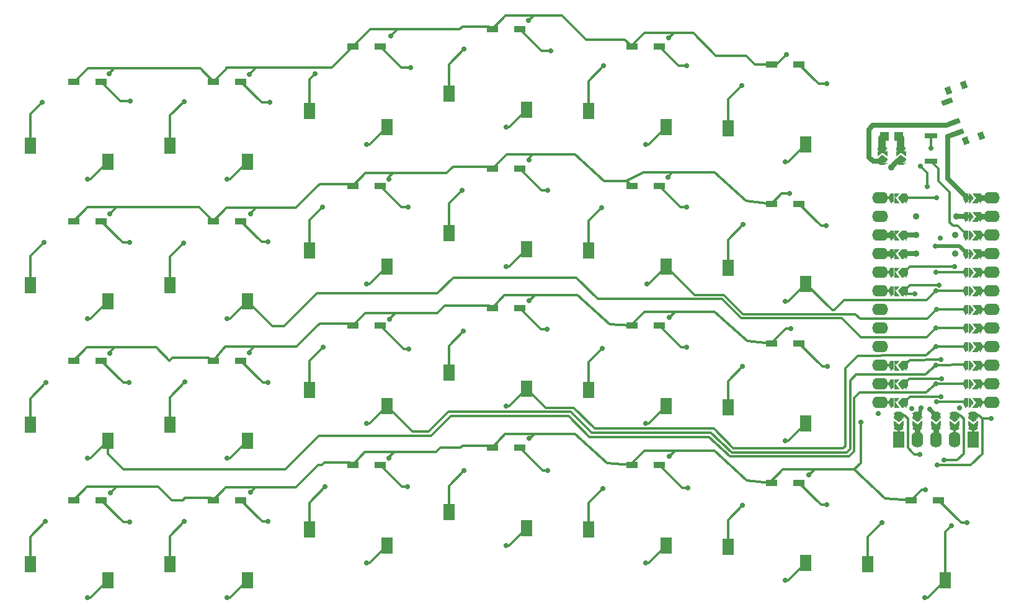
<source format=gbr>
G04 --- HEADER BEGIN --- *
G04 #@! TF.GenerationSoftware,LibrePCB,LibrePCB,0.1.7*
G04 #@! TF.CreationDate,2023-07-24T22:05:17*
G04 #@! TF.ProjectId,kbdkid3,8968376b-f35a-430f-8fb1-af8ab2fa8879,v1*
G04 #@! TF.Part,Single*
G04 #@! TF.SameCoordinates*
G04 #@! TF.FileFunction,Copper,L4,Bot*
G04 #@! TF.FilePolarity,Positive*
%FSLAX66Y66*%
%MOMM*%
G01*
G75*
G04 --- HEADER END --- *
G04 --- APERTURE LIST BEGIN --- *
G04 #@! TA.AperFunction,SMDPad,CuDef*
%ADD10R,1.6X2.2*%
%ADD11R,0.4X1.25*%
G04 #@! TA.AperFunction,Conductor*
%ADD12C,0.0*%
%ADD13C,0.01*%
G04 #@! TA.AperFunction,SMDPad,CuDef*
%ADD14R,1.5X0.95*%
G04 #@! TA.AperFunction,ComponentPad*
%ADD15O,1.2X1.3*%
%ADD16R,1.2X1.3*%
%ADD17O,1.587X2.19*%
%ADD18R,1.587X2.19*%
G04 #@! TA.AperFunction,SMDPad,CuDef*
%ADD19R,1.25X0.4*%
G04 #@! TA.AperFunction,ComponentPad*
%ADD20O,2.19X1.587*%
G04 #@! TA.AperFunction,SMDPad,CuDef*
%AMROTATEDRECT21*20,1,0.7,-0.75,0.0,0.75,0.0,19.0*%
%ADD21ROTATEDRECT21*%
%AMROTATEDRECT22*20,1,0.8,-0.5,0.0,0.5,0.0,109.0*%
%ADD22ROTATEDRECT22*%
%ADD23R,1.7X0.8*%
G04 #@! TA.AperFunction,ViaPad*
%ADD24C,0.7*%
G04 #@! TA.AperFunction,Conductor*
%ADD25C,0.3*%
%ADD26C,0.7*%
%ADD27C,0.8*%
%ADD28C,1.0*%
G04 #@! TA.AperFunction,ViaPad*
%ADD29C,0.9*%
G04 #@! TA.AperFunction,Conductor*
%ADD30C,0.5*%
G04 #@! TD*
G04 --- APERTURE LIST END --- *
G04 --- BOARD BEGIN --- *
D10*
G04 #@! TO.N,N7*
G04 #@! TO.C,S131*
G04 #@! TO.P,S131,1,1*
X58398750Y50751250D03*
G04 #@! TO.N,C3*
G04 #@! TO.P,S131,2,2*
X68998750Y48551250D03*
G04 #@! TO.N,N20*
G04 #@! TO.C,S142*
G04 #@! TO.P,S142,1,1*
X77448750Y29320000D03*
G04 #@! TO.N,C4*
G04 #@! TO.P,S142,2,2*
X88048750Y27120000D03*
D11*
G04 #@! TO.N,N88*
G04 #@! TO.C,JP31*
G04 #@! TO.P,JP31,1,1*
X118968750Y27622500D03*
G04 #@! TO.N,R2*
G04 #@! TO.P,JP31,2,2*
X120568750Y27622500D03*
D12*
G04 #@! TD.P*
G04 #@! TO.N,*
X119718750Y27622500D02*
X120218750Y26997500D01*
X120218750Y26997500D01*
X120368750Y26997500D01*
X120368750Y28247500D01*
X120218750Y28247500D01*
X120218750Y28247500D01*
X119718750Y27622500D01*
D13*
G04 #@! TA.AperFunction,Conductor*
G36*
X119718750Y27622500D02*
X120218750Y26997500D01*
X120218750Y26997500D01*
X120368750Y26997500D01*
X120368750Y28247500D01*
X120218750Y28247500D01*
X120218750Y28247500D01*
X119718750Y27622500D01*
G37*
D12*
G04 #@! TD.AperFunction*
X119168750Y26997500D02*
X119818750Y26997500D01*
X119318750Y27622500D01*
X119818750Y28247500D01*
X119168750Y28247500D01*
X119168750Y26997500D01*
D13*
G04 #@! TA.AperFunction,Conductor*
G36*
X119168750Y26997500D02*
X119818750Y26997500D01*
X119318750Y27622500D01*
X119818750Y28247500D01*
X119168750Y28247500D01*
X119168750Y26997500D01*
G37*
D12*
G04 #@! TD.AperFunction*
X120793750Y26997500D02*
G03*
X120793750Y28247500I-625000J625000D01*
G01*
X120768750Y28247500D01*
X120768750Y26997500D01*
X120793750Y26997500D01*
D13*
G04 #@! TA.AperFunction,Conductor*
G36*
X120793750Y26997500D02*
G03*
X120793750Y28247500I-625000J625000D01*
G01*
X120768750Y28247500D01*
X120768750Y26997500D01*
X120793750Y26997500D01*
G37*
D12*
G04 #@! TD.AperFunction*
X118743750Y26997500D02*
G02*
X118743750Y28247500I625000J625000D01*
G01*
X118768750Y28247500D01*
X118768750Y26997500D01*
X118743750Y26997500D01*
D13*
G04 #@! TA.AperFunction,Conductor*
G36*
X118743750Y26997500D02*
G02*
X118743750Y28247500I625000J625000D01*
G01*
X118768750Y28247500D01*
X118768750Y26997500D01*
X118743750Y26997500D01*
G37*
D10*
G04 #@! TD.AperFunction*
G04 #@! TO.N,N11*
G04 #@! TO.C,S132*
G04 #@! TO.P,S132,1,1*
X58398750Y31701250D03*
G04 #@! TO.N,C3*
G04 #@! TO.P,S132,2,2*
X68998750Y29501250D03*
G04 #@! TO.N,N27*
G04 #@! TO.C,S163*
G04 #@! TO.P,S163,1,1*
X115548750Y5507500D03*
G04 #@! TO.N,C6*
G04 #@! TO.P,S163,2,2*
X126148750Y3307500D03*
D14*
G04 #@! TO.N,N26*
G04 #@! TO.C,D240*
G04 #@! TO.P,D240,A,A*
X49023750Y76200000D03*
G04 #@! TO.N,R0*
G04 #@! TO.P,D240,C,C*
X45273750Y76200000D03*
D15*
G04 #@! TO.N,N103*
G04 #@! TO.C,J2*
G04 #@! TO.P,J2,2,2*
X119824375Y63986875D03*
D16*
G04 #@! TO.N,N99*
G04 #@! TO.P,J2,1,1*
X117824375Y63986875D03*
D10*
G04 #@! TO.N,N2*
G04 #@! TO.C,S110*
G04 #@! TO.P,S110,1,1*
X20298750Y62657500D03*
G04 #@! TO.N,C1*
G04 #@! TO.P,S110,2,2*
X30898750Y60457500D03*
G04 #@! TO.N,N12*
G04 #@! TO.C,S112*
G04 #@! TO.P,S112,1,1*
X20298750Y24557500D03*
G04 #@! TO.N,C1*
G04 #@! TO.P,S112,2,2*
X30898750Y22357500D03*
D15*
G04 #@! TO.N,N95*
G04 #@! TO.C,J1*
G04 #@! TO.P,J1,2,2*
X117824375Y63986875D03*
D16*
G04 #@! TO.N,N44*
G04 #@! TO.P,J1,1,1*
X119824375Y63986875D03*
D10*
G04 #@! TO.N,N8*
G04 #@! TO.C,S111*
G04 #@! TO.P,S111,1,1*
X20298750Y43607500D03*
G04 #@! TO.N,C1*
G04 #@! TO.P,S111,2,2*
X30898750Y41407500D03*
G04 #@! TO.N,N9*
G04 #@! TO.C,S122*
G04 #@! TO.P,S122,1,1*
X39348750Y29320000D03*
G04 #@! TO.N,C2*
G04 #@! TO.P,S122,2,2*
X49948750Y27120000D03*
D11*
G04 #@! TO.N,N84*
G04 #@! TO.C,JP32*
G04 #@! TO.P,JP32,1,1*
X130728750Y37782500D03*
G04 #@! TO.N,C1*
G04 #@! TO.P,JP32,2,2*
X129128750Y37782500D03*
D12*
G04 #@! TD.P*
G04 #@! TO.N,*
X129978750Y37782500D02*
X129478750Y38407500D01*
X129478750Y38407500D01*
X129328750Y38407500D01*
X129328750Y37157500D01*
X129478750Y37157500D01*
X129478750Y37157500D01*
X129978750Y37782500D01*
D13*
G04 #@! TA.AperFunction,Conductor*
G36*
X129978750Y37782500D02*
X129478750Y38407500D01*
X129478750Y38407500D01*
X129328750Y38407500D01*
X129328750Y37157500D01*
X129478750Y37157500D01*
X129478750Y37157500D01*
X129978750Y37782500D01*
G37*
D12*
G04 #@! TD.AperFunction*
X130528750Y38407500D02*
X129878750Y38407500D01*
X130378750Y37782500D01*
X129878750Y37157500D01*
X130528750Y37157500D01*
X130528750Y38407500D01*
D13*
G04 #@! TA.AperFunction,Conductor*
G36*
X130528750Y38407500D02*
X129878750Y38407500D01*
X130378750Y37782500D01*
X129878750Y37157500D01*
X130528750Y37157500D01*
X130528750Y38407500D01*
G37*
D12*
G04 #@! TD.AperFunction*
X128903750Y38407500D02*
G03*
X128903750Y37157500I625000J-625000D01*
G01*
X128928750Y37157500D01*
X128928750Y38407500D01*
X128903750Y38407500D01*
D13*
G04 #@! TA.AperFunction,Conductor*
G36*
X128903750Y38407500D02*
G03*
X128903750Y37157500I625000J-625000D01*
G01*
X128928750Y37157500D01*
X128928750Y38407500D01*
X128903750Y38407500D01*
G37*
D12*
G04 #@! TD.AperFunction*
X130953750Y38407500D02*
G02*
X130953750Y37157500I-625000J-625000D01*
G01*
X130928750Y37157500D01*
X130928750Y38407500D01*
X130953750Y38407500D01*
D13*
G04 #@! TA.AperFunction,Conductor*
G36*
X130953750Y38407500D02*
G02*
X130953750Y37157500I-625000J-625000D01*
G01*
X130928750Y37157500D01*
X130928750Y38407500D01*
X130953750Y38407500D01*
G37*
D11*
G04 #@! TD.AperFunction*
G04 #@! TO.N,N56*
G04 #@! TO.C,JP24*
G04 #@! TO.P,JP24,1,1*
X130728750Y32702500D03*
G04 #@! TO.N,C2*
G04 #@! TO.P,JP24,2,2*
X129128750Y32702500D03*
D12*
G04 #@! TD.P*
G04 #@! TO.N,*
X129978750Y32702500D02*
X129478750Y33327500D01*
X129478750Y33327500D01*
X129328750Y33327500D01*
X129328750Y32077500D01*
X129478750Y32077500D01*
X129478750Y32077500D01*
X129978750Y32702500D01*
D13*
G04 #@! TA.AperFunction,Conductor*
G36*
X129978750Y32702500D02*
X129478750Y33327500D01*
X129478750Y33327500D01*
X129328750Y33327500D01*
X129328750Y32077500D01*
X129478750Y32077500D01*
X129478750Y32077500D01*
X129978750Y32702500D01*
G37*
D12*
G04 #@! TD.AperFunction*
X130528750Y33327500D02*
X129878750Y33327500D01*
X130378750Y32702500D01*
X129878750Y32077500D01*
X130528750Y32077500D01*
X130528750Y33327500D01*
D13*
G04 #@! TA.AperFunction,Conductor*
G36*
X130528750Y33327500D02*
X129878750Y33327500D01*
X130378750Y32702500D01*
X129878750Y32077500D01*
X130528750Y32077500D01*
X130528750Y33327500D01*
G37*
D12*
G04 #@! TD.AperFunction*
X128903750Y33327500D02*
G03*
X128903750Y32077500I625000J-625000D01*
G01*
X128928750Y32077500D01*
X128928750Y33327500D01*
X128903750Y33327500D01*
D13*
G04 #@! TA.AperFunction,Conductor*
G36*
X128903750Y33327500D02*
G03*
X128903750Y32077500I625000J-625000D01*
G01*
X128928750Y32077500D01*
X128928750Y33327500D01*
X128903750Y33327500D01*
G37*
D12*
G04 #@! TD.AperFunction*
X130953750Y33327500D02*
G02*
X130953750Y32077500I-625000J-625000D01*
G01*
X130928750Y32077500D01*
X130928750Y33327500D01*
X130953750Y33327500D01*
D13*
G04 #@! TA.AperFunction,Conductor*
G36*
X130953750Y33327500D02*
G02*
X130953750Y32077500I-625000J-625000D01*
G01*
X130928750Y32077500D01*
X130928750Y33327500D01*
X130953750Y33327500D01*
G37*
D10*
G04 #@! TD.AperFunction*
G04 #@! TO.N,N14*
G04 #@! TO.C,S103*
G04 #@! TO.P,S103,1,1*
X1248750Y5507500D03*
G04 #@! TO.N,C0*
G04 #@! TO.P,S103,2,2*
X11848750Y3307500D03*
D14*
G04 #@! TO.N,N51*
G04 #@! TO.C,D260*
G04 #@! TO.P,D260,A,A*
X10923750Y71437500D03*
G04 #@! TO.N,R0*
G04 #@! TO.P,D260,C,C*
X7173750Y71437500D03*
D17*
G04 #@! TO.N,N94*
G04 #@! TO.C,DS2*
G04 #@! TO.P,DS2,VCC,VCC*
X124848750Y22542500D03*
G04 #@! TO.N,N98*
G04 #@! TO.P,DS2,GND,GND*
X122308750Y22542500D03*
G04 #@! TO.N,N91*
G04 #@! TO.P,DS2,CS,CS*
X119768750Y22542500D03*
G04 #@! TO.N,N90*
G04 #@! TO.P,DS2,SCK,SCK*
X127388750Y22542500D03*
D18*
G04 #@! TO.N,N97*
G04 #@! TO.P,DS2,MOSI,MOSI*
X129928750Y22542500D03*
D14*
G04 #@! TO.N,N28*
G04 #@! TO.C,D251*
G04 #@! TO.P,D251,A,A*
X29973750Y52387500D03*
G04 #@! TO.N,R1*
G04 #@! TO.P,D251,C,C*
X26223750Y52387500D03*
D11*
G04 #@! TO.N,N81*
G04 #@! TO.C,JP53*
G04 #@! TO.P,JP53,1,1*
X130728750Y53022500D03*
G04 #@! TO.N,GND*
G04 #@! TO.P,JP53,2,2*
X129128750Y53022500D03*
D12*
G04 #@! TD.P*
G04 #@! TO.N,*
X129978750Y53022500D02*
X129478750Y53647500D01*
X129478750Y53647500D01*
X129328750Y53647500D01*
X129328750Y52397500D01*
X129478750Y52397500D01*
X129478750Y52397500D01*
X129978750Y53022500D01*
D13*
G04 #@! TA.AperFunction,Conductor*
G36*
X129978750Y53022500D02*
X129478750Y53647500D01*
X129478750Y53647500D01*
X129328750Y53647500D01*
X129328750Y52397500D01*
X129478750Y52397500D01*
X129478750Y52397500D01*
X129978750Y53022500D01*
G37*
D12*
G04 #@! TD.AperFunction*
X130528750Y53647500D02*
X129878750Y53647500D01*
X130378750Y53022500D01*
X129878750Y52397500D01*
X130528750Y52397500D01*
X130528750Y53647500D01*
D13*
G04 #@! TA.AperFunction,Conductor*
G36*
X130528750Y53647500D02*
X129878750Y53647500D01*
X130378750Y53022500D01*
X129878750Y52397500D01*
X130528750Y52397500D01*
X130528750Y53647500D01*
G37*
D12*
G04 #@! TD.AperFunction*
X128903750Y53647500D02*
G03*
X128903750Y52397500I625000J-625000D01*
G01*
X128928750Y52397500D01*
X128928750Y53647500D01*
X128903750Y53647500D01*
D13*
G04 #@! TA.AperFunction,Conductor*
G36*
X128903750Y53647500D02*
G03*
X128903750Y52397500I625000J-625000D01*
G01*
X128928750Y52397500D01*
X128928750Y53647500D01*
X128903750Y53647500D01*
G37*
D12*
G04 #@! TD.AperFunction*
X130953750Y53647500D02*
G02*
X130953750Y52397500I-625000J-625000D01*
G01*
X130928750Y52397500D01*
X130928750Y53647500D01*
X130953750Y53647500D01*
D13*
G04 #@! TA.AperFunction,Conductor*
G36*
X130953750Y53647500D02*
G02*
X130953750Y52397500I-625000J-625000D01*
G01*
X130928750Y52397500D01*
X130928750Y53647500D01*
X130953750Y53647500D01*
G37*
D10*
G04 #@! TD.AperFunction*
G04 #@! TO.N,N17*
G04 #@! TO.C,S140*
G04 #@! TO.P,S140,1,1*
X77448750Y67420000D03*
G04 #@! TO.N,C4*
G04 #@! TO.P,S140,2,2*
X88048750Y65220000D03*
D11*
G04 #@! TO.N,N96*
G04 #@! TO.C,JP33*
G04 #@! TO.P,JP33,1,1*
X130728750Y30162500D03*
G04 #@! TO.N,C0*
G04 #@! TO.P,JP33,2,2*
X129128750Y30162500D03*
D12*
G04 #@! TD.P*
G04 #@! TO.N,*
X129978750Y30162500D02*
X129478750Y30787500D01*
X129478750Y30787500D01*
X129328750Y30787500D01*
X129328750Y29537500D01*
X129478750Y29537500D01*
X129478750Y29537500D01*
X129978750Y30162500D01*
D13*
G04 #@! TA.AperFunction,Conductor*
G36*
X129978750Y30162500D02*
X129478750Y30787500D01*
X129478750Y30787500D01*
X129328750Y30787500D01*
X129328750Y29537500D01*
X129478750Y29537500D01*
X129478750Y29537500D01*
X129978750Y30162500D01*
G37*
D12*
G04 #@! TD.AperFunction*
X130528750Y30787500D02*
X129878750Y30787500D01*
X130378750Y30162500D01*
X129878750Y29537500D01*
X130528750Y29537500D01*
X130528750Y30787500D01*
D13*
G04 #@! TA.AperFunction,Conductor*
G36*
X130528750Y30787500D02*
X129878750Y30787500D01*
X130378750Y30162500D01*
X129878750Y29537500D01*
X130528750Y29537500D01*
X130528750Y30787500D01*
G37*
D12*
G04 #@! TD.AperFunction*
X128903750Y30787500D02*
G03*
X128903750Y29537500I625000J-625000D01*
G01*
X128928750Y29537500D01*
X128928750Y30787500D01*
X128903750Y30787500D01*
D13*
G04 #@! TA.AperFunction,Conductor*
G36*
X128903750Y30787500D02*
G03*
X128903750Y29537500I625000J-625000D01*
G01*
X128928750Y29537500D01*
X128928750Y30787500D01*
X128903750Y30787500D01*
G37*
D12*
G04 #@! TD.AperFunction*
X130953750Y30787500D02*
G02*
X130953750Y29537500I-625000J-625000D01*
G01*
X130928750Y29537500D01*
X130928750Y30787500D01*
X130953750Y30787500D01*
D13*
G04 #@! TA.AperFunction,Conductor*
G36*
X130953750Y30787500D02*
G02*
X130953750Y29537500I-625000J-625000D01*
G01*
X130928750Y29537500D01*
X130928750Y30787500D01*
X130953750Y30787500D01*
G37*
D19*
G04 #@! TD.AperFunction*
G04 #@! TO.N,N97*
G04 #@! TO.C,JP27*
G04 #@! TO.P,JP27,1,1*
X129928750Y24282500D03*
G04 #@! TO.N,MOSI*
G04 #@! TO.P,JP27,2,2*
X129928750Y25882500D03*
D12*
G04 #@! TD.P*
G04 #@! TO.N,*
X129928750Y25032500D02*
X130553750Y25532500D01*
X130553750Y25532500D01*
X130553750Y25682500D01*
X129303750Y25682500D01*
X129303750Y25532500D01*
X129303750Y25532500D01*
X129928750Y25032500D01*
D13*
G04 #@! TA.AperFunction,Conductor*
G36*
X129928750Y25032500D02*
X130553750Y25532500D01*
X130553750Y25532500D01*
X130553750Y25682500D01*
X129303750Y25682500D01*
X129303750Y25532500D01*
X129303750Y25532500D01*
X129928750Y25032500D01*
G37*
D12*
G04 #@! TD.AperFunction*
X130553750Y24482500D02*
X130553750Y25132500D01*
X129928750Y24632500D01*
X129303750Y25132500D01*
X129303750Y24482500D01*
X130553750Y24482500D01*
D13*
G04 #@! TA.AperFunction,Conductor*
G36*
X130553750Y24482500D02*
X130553750Y25132500D01*
X129928750Y24632500D01*
X129303750Y25132500D01*
X129303750Y24482500D01*
X130553750Y24482500D01*
G37*
D12*
G04 #@! TD.AperFunction*
X130553750Y26107500D02*
G03*
X129303750Y26107500I-625000J-625000D01*
G01*
X129303750Y26082500D01*
X130553750Y26082500D01*
X130553750Y26107500D01*
D13*
G04 #@! TA.AperFunction,Conductor*
G36*
X130553750Y26107500D02*
G03*
X129303750Y26107500I-625000J-625000D01*
G01*
X129303750Y26082500D01*
X130553750Y26082500D01*
X130553750Y26107500D01*
G37*
D12*
G04 #@! TD.AperFunction*
X130553750Y24057500D02*
G02*
X129303750Y24057500I-625000J625000D01*
G01*
X129303750Y24082500D01*
X130553750Y24082500D01*
X130553750Y24057500D01*
D13*
G04 #@! TA.AperFunction,Conductor*
G36*
X130553750Y24057500D02*
G02*
X129303750Y24057500I-625000J625000D01*
G01*
X129303750Y24082500D01*
X130553750Y24082500D01*
X130553750Y24057500D01*
G37*
D14*
G04 #@! TD.AperFunction*
G04 #@! TO.N,N40*
G04 #@! TO.C,D211*
G04 #@! TO.P,D211,A,A*
X106173750Y54768750D03*
G04 #@! TO.N,R1*
G04 #@! TO.P,D211,C,C*
X102423750Y54768750D03*
D20*
G04 #@! TO.N,N71*
G04 #@! TO.C,U1*
G04 #@! TO.P,U1,031,D21/P031*
X117228750Y45402500D03*
G04 #@! TO.N,N68*
G04 #@! TO.P,U1,115,D18/P115*
X117228750Y37782500D03*
G04 #@! TO.N,N60*
G04 #@! TO.P,U1,020,D3/P020*
X132468750Y42862500D03*
G04 #@! TO.N,N/C*
G04 #@! TO.P,U1,100,D6/P100*
X132468750Y35242500D03*
G04 #@! TO.N,N62*
G04 #@! TO.P,U1,104,D8/P104*
X132468750Y30162500D03*
G04 #@! TO.N,N55*
G04 #@! TO.P,U1,VBAT,VBAT*
X117228750Y55562500D03*
G04 #@! TO.N,N65*
G04 #@! TO.P,U1,111,D14/P111*
X117228750Y32702500D03*
G04 #@! TO.N,N58*
G04 #@! TO.P,U1,006,D1/P006/TXD*
X132468750Y55562500D03*
G04 #@! TO.N,N/C*
G04 #@! TO.P,U1,008,D0/P008/RXD*
X132468750Y53022500D03*
G04 #@! TO.N,N73*
G04 #@! TO.P,U1,RESET,RESET*
X117228750Y50482500D03*
G04 #@! TO.N,N/C*
G04 #@! TO.P,U1,022,D4/P022*
X132468750Y40322500D03*
G04 #@! TO.N,N61*
G04 #@! TO.P,U1,011,D7/P011*
X132468750Y32702500D03*
G04 #@! TO.N,N67*
G04 #@! TO.P,U1,010,D16/P010*
X117228750Y30162500D03*
G04 #@! TO.N,N57*
G04 #@! TO.P,U1,GND_3,GND*
X132468750Y50482500D03*
G04 #@! TO.N,N/C*
G04 #@! TO.P,U1,024,D5/P024*
X132468750Y37782500D03*
G04 #@! TO.N,N59*
G04 #@! TO.P,U1,017,D2/P017*
X132468750Y45402500D03*
G04 #@! TO.N,N70*
G04 #@! TO.P,U1,029,D20/P029*
X117228750Y42862500D03*
G04 #@! TO.N,N69*
G04 #@! TO.P,U1,002,D19/P002*
X117228750Y40322500D03*
G04 #@! TO.N,N63*
G04 #@! TO.P,U1,106,D9/P106*
X132468750Y27622500D03*
G04 #@! TO.N,N74*
G04 #@! TO.P,U1,EXT_VCC,EXT_VCC*
X117228750Y47942500D03*
G04 #@! TO.N,N57*
G04 #@! TO.P,U1,GND_1,GND*
X117228750Y53022500D03*
G04 #@! TO.N,N64*
G04 #@! TO.P,U1,009,D10/P009*
X117228750Y27622500D03*
G04 #@! TO.N,N66*
G04 #@! TO.P,U1,113,D15/P113*
X117228750Y35242500D03*
G04 #@! TO.N,N57*
G04 #@! TO.P,U1,GND_2,GND*
X132468750Y47942500D03*
D14*
G04 #@! TO.N,N52*
G04 #@! TO.C,D261*
G04 #@! TO.P,D261,A,A*
X10923750Y52387500D03*
G04 #@! TO.N,R1*
G04 #@! TO.P,D261,C,C*
X7173750Y52387500D03*
G04 #@! TO.N,N30*
G04 #@! TO.C,D213*
G04 #@! TO.P,D213,A,A*
X106173750Y16668750D03*
G04 #@! TO.N,R3*
G04 #@! TO.P,D213,C,C*
X102423750Y16668750D03*
D10*
G04 #@! TO.N,N24*
G04 #@! TO.C,S152*
G04 #@! TO.P,S152,1,1*
X96498750Y26938750D03*
G04 #@! TO.N,C5*
G04 #@! TO.P,S152,2,2*
X107098750Y24738750D03*
D11*
G04 #@! TO.N,N87*
G04 #@! TO.C,JP37*
G04 #@! TO.P,JP37,1,1*
X130728750Y27622500D03*
G04 #@! TO.N,R3*
G04 #@! TO.P,JP37,2,2*
X129128750Y27622500D03*
D12*
G04 #@! TD.P*
G04 #@! TO.N,*
X129978750Y27622500D02*
X129478750Y28247500D01*
X129478750Y28247500D01*
X129328750Y28247500D01*
X129328750Y26997500D01*
X129478750Y26997500D01*
X129478750Y26997500D01*
X129978750Y27622500D01*
D13*
G04 #@! TA.AperFunction,Conductor*
G36*
X129978750Y27622500D02*
X129478750Y28247500D01*
X129478750Y28247500D01*
X129328750Y28247500D01*
X129328750Y26997500D01*
X129478750Y26997500D01*
X129478750Y26997500D01*
X129978750Y27622500D01*
G37*
D12*
G04 #@! TD.AperFunction*
X130528750Y28247500D02*
X129878750Y28247500D01*
X130378750Y27622500D01*
X129878750Y26997500D01*
X130528750Y26997500D01*
X130528750Y28247500D01*
D13*
G04 #@! TA.AperFunction,Conductor*
G36*
X130528750Y28247500D02*
X129878750Y28247500D01*
X130378750Y27622500D01*
X129878750Y26997500D01*
X130528750Y26997500D01*
X130528750Y28247500D01*
G37*
D12*
G04 #@! TD.AperFunction*
X128903750Y28247500D02*
G03*
X128903750Y26997500I625000J-625000D01*
G01*
X128928750Y26997500D01*
X128928750Y28247500D01*
X128903750Y28247500D01*
D13*
G04 #@! TA.AperFunction,Conductor*
G36*
X128903750Y28247500D02*
G03*
X128903750Y26997500I625000J-625000D01*
G01*
X128928750Y26997500D01*
X128928750Y28247500D01*
X128903750Y28247500D01*
G37*
D12*
G04 #@! TD.AperFunction*
X130953750Y28247500D02*
G02*
X130953750Y26997500I-625000J-625000D01*
G01*
X130928750Y26997500D01*
X130928750Y28247500D01*
X130953750Y28247500D01*
D13*
G04 #@! TA.AperFunction,Conductor*
G36*
X130953750Y28247500D02*
G02*
X130953750Y26997500I-625000J-625000D01*
G01*
X130928750Y26997500D01*
X130928750Y28247500D01*
X130953750Y28247500D01*
G37*
D11*
G04 #@! TD.AperFunction*
G04 #@! TO.N,N78*
G04 #@! TO.C,JP44*
G04 #@! TO.P,JP44,1,1*
X130728750Y55562500D03*
G04 #@! TO.N,N54*
G04 #@! TO.P,JP44,2,2*
X129128750Y55562500D03*
D12*
G04 #@! TD.P*
G04 #@! TO.N,*
X129978750Y55562500D02*
X129478750Y56187500D01*
X129478750Y56187500D01*
X129328750Y56187500D01*
X129328750Y54937500D01*
X129478750Y54937500D01*
X129478750Y54937500D01*
X129978750Y55562500D01*
D13*
G04 #@! TA.AperFunction,Conductor*
G36*
X129978750Y55562500D02*
X129478750Y56187500D01*
X129478750Y56187500D01*
X129328750Y56187500D01*
X129328750Y54937500D01*
X129478750Y54937500D01*
X129478750Y54937500D01*
X129978750Y55562500D01*
G37*
D12*
G04 #@! TD.AperFunction*
X130528750Y56187500D02*
X129878750Y56187500D01*
X130378750Y55562500D01*
X129878750Y54937500D01*
X130528750Y54937500D01*
X130528750Y56187500D01*
D13*
G04 #@! TA.AperFunction,Conductor*
G36*
X130528750Y56187500D02*
X129878750Y56187500D01*
X130378750Y55562500D01*
X129878750Y54937500D01*
X130528750Y54937500D01*
X130528750Y56187500D01*
G37*
D12*
G04 #@! TD.AperFunction*
X128903750Y56187500D02*
G03*
X128903750Y54937500I625000J-625000D01*
G01*
X128928750Y54937500D01*
X128928750Y56187500D01*
X128903750Y56187500D01*
D13*
G04 #@! TA.AperFunction,Conductor*
G36*
X128903750Y56187500D02*
G03*
X128903750Y54937500I625000J-625000D01*
G01*
X128928750Y54937500D01*
X128928750Y56187500D01*
X128903750Y56187500D01*
G37*
D12*
G04 #@! TD.AperFunction*
X130953750Y56187500D02*
G02*
X130953750Y54937500I-625000J-625000D01*
G01*
X130928750Y54937500D01*
X130928750Y56187500D01*
X130953750Y56187500D01*
D13*
G04 #@! TA.AperFunction,Conductor*
G36*
X130953750Y56187500D02*
G02*
X130953750Y54937500I-625000J-625000D01*
G01*
X130928750Y54937500D01*
X130928750Y56187500D01*
X130953750Y56187500D01*
G37*
D14*
G04 #@! TD.AperFunction*
G04 #@! TO.N,N39*
G04 #@! TO.C,D241*
G04 #@! TO.P,D241,A,A*
X49023750Y57150000D03*
G04 #@! TO.N,R1*
G04 #@! TO.P,D241,C,C*
X45273750Y57150000D03*
D11*
G04 #@! TO.N,N89*
G04 #@! TO.C,JP40*
G04 #@! TO.P,JP40,1,1*
X130728750Y50482500D03*
G04 #@! TO.N,N107*
G04 #@! TO.P,JP40,2,2*
X129128750Y50482500D03*
D12*
G04 #@! TD.P*
G04 #@! TO.N,*
X129978750Y50482500D02*
X129478750Y51107500D01*
X129478750Y51107500D01*
X129328750Y51107500D01*
X129328750Y49857500D01*
X129478750Y49857500D01*
X129478750Y49857500D01*
X129978750Y50482500D01*
D13*
G04 #@! TA.AperFunction,Conductor*
G36*
X129978750Y50482500D02*
X129478750Y51107500D01*
X129478750Y51107500D01*
X129328750Y51107500D01*
X129328750Y49857500D01*
X129478750Y49857500D01*
X129478750Y49857500D01*
X129978750Y50482500D01*
G37*
D12*
G04 #@! TD.AperFunction*
X130528750Y51107500D02*
X129878750Y51107500D01*
X130378750Y50482500D01*
X129878750Y49857500D01*
X130528750Y49857500D01*
X130528750Y51107500D01*
D13*
G04 #@! TA.AperFunction,Conductor*
G36*
X130528750Y51107500D02*
X129878750Y51107500D01*
X130378750Y50482500D01*
X129878750Y49857500D01*
X130528750Y49857500D01*
X130528750Y51107500D01*
G37*
D12*
G04 #@! TD.AperFunction*
X128903750Y51107500D02*
G03*
X128903750Y49857500I625000J-625000D01*
G01*
X128928750Y49857500D01*
X128928750Y51107500D01*
X128903750Y51107500D01*
D13*
G04 #@! TA.AperFunction,Conductor*
G36*
X128903750Y51107500D02*
G03*
X128903750Y49857500I625000J-625000D01*
G01*
X128928750Y49857500D01*
X128928750Y51107500D01*
X128903750Y51107500D01*
G37*
D12*
G04 #@! TD.AperFunction*
X130953750Y51107500D02*
G02*
X130953750Y49857500I-625000J-625000D01*
G01*
X130928750Y49857500D01*
X130928750Y51107500D01*
X130953750Y51107500D01*
D13*
G04 #@! TA.AperFunction,Conductor*
G36*
X130953750Y51107500D02*
G02*
X130953750Y49857500I-625000J-625000D01*
G01*
X130928750Y49857500D01*
X130928750Y51107500D01*
X130953750Y51107500D01*
G37*
D10*
G04 #@! TD.AperFunction*
G04 #@! TO.N,N5*
G04 #@! TO.C,S121*
G04 #@! TO.P,S121,1,1*
X39348750Y48370000D03*
G04 #@! TO.N,C2*
G04 #@! TO.P,S121,2,2*
X49948750Y46170000D03*
D11*
G04 #@! TO.N,N82*
G04 #@! TO.C,JP46*
G04 #@! TO.P,JP46,1,1*
X118968750Y45402500D03*
G04 #@! TO.N,MOSI*
G04 #@! TO.P,JP46,2,2*
X120568750Y45402500D03*
D12*
G04 #@! TD.P*
G04 #@! TO.N,*
X119718750Y45402500D02*
X120218750Y44777500D01*
X120218750Y44777500D01*
X120368750Y44777500D01*
X120368750Y46027500D01*
X120218750Y46027500D01*
X120218750Y46027500D01*
X119718750Y45402500D01*
D13*
G04 #@! TA.AperFunction,Conductor*
G36*
X119718750Y45402500D02*
X120218750Y44777500D01*
X120218750Y44777500D01*
X120368750Y44777500D01*
X120368750Y46027500D01*
X120218750Y46027500D01*
X120218750Y46027500D01*
X119718750Y45402500D01*
G37*
D12*
G04 #@! TD.AperFunction*
X119168750Y44777500D02*
X119818750Y44777500D01*
X119318750Y45402500D01*
X119818750Y46027500D01*
X119168750Y46027500D01*
X119168750Y44777500D01*
D13*
G04 #@! TA.AperFunction,Conductor*
G36*
X119168750Y44777500D02*
X119818750Y44777500D01*
X119318750Y45402500D01*
X119818750Y46027500D01*
X119168750Y46027500D01*
X119168750Y44777500D01*
G37*
D12*
G04 #@! TD.AperFunction*
X120793750Y44777500D02*
G03*
X120793750Y46027500I-625000J625000D01*
G01*
X120768750Y46027500D01*
X120768750Y44777500D01*
X120793750Y44777500D01*
D13*
G04 #@! TA.AperFunction,Conductor*
G36*
X120793750Y44777500D02*
G03*
X120793750Y46027500I-625000J625000D01*
G01*
X120768750Y46027500D01*
X120768750Y44777500D01*
X120793750Y44777500D01*
G37*
D12*
G04 #@! TD.AperFunction*
X118743750Y44777500D02*
G02*
X118743750Y46027500I625000J625000D01*
G01*
X118768750Y46027500D01*
X118768750Y44777500D01*
X118743750Y44777500D01*
D13*
G04 #@! TA.AperFunction,Conductor*
G36*
X118743750Y44777500D02*
G02*
X118743750Y46027500I625000J625000D01*
G01*
X118768750Y46027500D01*
X118768750Y44777500D01*
X118743750Y44777500D01*
G37*
D21*
G04 #@! TD.AperFunction*
G04 #@! TO.N,N/C*
G04 #@! TO.C,S2*
G04 #@! TO.P,S2,1,B*
X126438439Y68708923D03*
G04 #@! TO.N,N106*
G04 #@! TO.P,S2,2,COM*
X127415144Y65872367D03*
D22*
G04 #@! TO.N,N/C*
G04 #@! TO.P,S2,CASE_3*
X131054019Y64058232D03*
G04 #@! TO.P,S2,CASE_2*
X128677372Y70960518D03*
G04 #@! TO.P,S2,CASE_1*
X126597231Y70244268D03*
D21*
G04 #@! TO.N,N54*
G04 #@! TO.P,S2,3,A*
X127903496Y64454089D03*
D22*
G04 #@! TO.N,N/C*
G04 #@! TO.P,S2,CASE_4*
X128973878Y63341982D03*
D10*
G04 #@! TO.N,N16*
G04 #@! TO.C,S113*
G04 #@! TO.P,S113,1,1*
X20298750Y5507500D03*
G04 #@! TO.N,C1*
G04 #@! TO.P,S113,2,2*
X30898750Y3307500D03*
D19*
G04 #@! TO.N,N103*
G04 #@! TO.C,JP50*
G04 #@! TO.P,JP50,1,1*
X120094375Y62156875D03*
G04 #@! TO.N,GND*
G04 #@! TO.P,JP50,2,2*
X120094375Y60556875D03*
D12*
G04 #@! TD.P*
G04 #@! TO.N,*
X120094375Y61406875D02*
X119469375Y60906875D01*
X119469375Y60906875D01*
X119469375Y60756875D01*
X120719375Y60756875D01*
X120719375Y60906875D01*
X120719375Y60906875D01*
X120094375Y61406875D01*
D13*
G04 #@! TA.AperFunction,Conductor*
G36*
X120094375Y61406875D02*
X119469375Y60906875D01*
X119469375Y60906875D01*
X119469375Y60756875D01*
X120719375Y60756875D01*
X120719375Y60906875D01*
X120719375Y60906875D01*
X120094375Y61406875D01*
G37*
D12*
G04 #@! TD.AperFunction*
X119469375Y61956875D02*
X119469375Y61306875D01*
X120094375Y61806875D01*
X120719375Y61306875D01*
X120719375Y61956875D01*
X119469375Y61956875D01*
D13*
G04 #@! TA.AperFunction,Conductor*
G36*
X119469375Y61956875D02*
X119469375Y61306875D01*
X120094375Y61806875D01*
X120719375Y61306875D01*
X120719375Y61956875D01*
X119469375Y61956875D01*
G37*
D12*
G04 #@! TD.AperFunction*
X119469375Y60331875D02*
G03*
X120719375Y60331875I625000J625000D01*
G01*
X120719375Y60356875D01*
X119469375Y60356875D01*
X119469375Y60331875D01*
D13*
G04 #@! TA.AperFunction,Conductor*
G36*
X119469375Y60331875D02*
G03*
X120719375Y60331875I625000J625000D01*
G01*
X120719375Y60356875D01*
X119469375Y60356875D01*
X119469375Y60331875D01*
G37*
D12*
G04 #@! TD.AperFunction*
X119469375Y62381875D02*
G02*
X120719375Y62381875I625000J-625000D01*
G01*
X120719375Y62356875D01*
X119469375Y62356875D01*
X119469375Y62381875D01*
D13*
G04 #@! TA.AperFunction,Conductor*
G36*
X119469375Y62381875D02*
G02*
X120719375Y62381875I625000J-625000D01*
G01*
X120719375Y62356875D01*
X119469375Y62356875D01*
X119469375Y62381875D01*
G37*
D14*
G04 #@! TD.AperFunction*
G04 #@! TO.N,N38*
G04 #@! TO.C,D250*
G04 #@! TO.P,D250,A,A*
X29973750Y71437500D03*
G04 #@! TO.N,R0*
G04 #@! TO.P,D250,C,C*
X26223750Y71437500D03*
D11*
G04 #@! TO.N,N81*
G04 #@! TO.C,JP54*
G04 #@! TO.P,JP54,1,1*
X118968750Y50482500D03*
G04 #@! TO.N,GND*
G04 #@! TO.P,JP54,2,2*
X120568750Y50482500D03*
D12*
G04 #@! TD.P*
G04 #@! TO.N,*
X119718750Y50482500D02*
X120218750Y49857500D01*
X120218750Y49857500D01*
X120368750Y49857500D01*
X120368750Y51107500D01*
X120218750Y51107500D01*
X120218750Y51107500D01*
X119718750Y50482500D01*
D13*
G04 #@! TA.AperFunction,Conductor*
G36*
X119718750Y50482500D02*
X120218750Y49857500D01*
X120218750Y49857500D01*
X120368750Y49857500D01*
X120368750Y51107500D01*
X120218750Y51107500D01*
X120218750Y51107500D01*
X119718750Y50482500D01*
G37*
D12*
G04 #@! TD.AperFunction*
X119168750Y49857500D02*
X119818750Y49857500D01*
X119318750Y50482500D01*
X119818750Y51107500D01*
X119168750Y51107500D01*
X119168750Y49857500D01*
D13*
G04 #@! TA.AperFunction,Conductor*
G36*
X119168750Y49857500D02*
X119818750Y49857500D01*
X119318750Y50482500D01*
X119818750Y51107500D01*
X119168750Y51107500D01*
X119168750Y49857500D01*
G37*
D12*
G04 #@! TD.AperFunction*
X120793750Y49857500D02*
G03*
X120793750Y51107500I-625000J625000D01*
G01*
X120768750Y51107500D01*
X120768750Y49857500D01*
X120793750Y49857500D01*
D13*
G04 #@! TA.AperFunction,Conductor*
G36*
X120793750Y49857500D02*
G03*
X120793750Y51107500I-625000J625000D01*
G01*
X120768750Y51107500D01*
X120768750Y49857500D01*
X120793750Y49857500D01*
G37*
D12*
G04 #@! TD.AperFunction*
X118743750Y49857500D02*
G02*
X118743750Y51107500I625000J625000D01*
G01*
X118768750Y51107500D01*
X118768750Y49857500D01*
X118743750Y49857500D01*
D13*
G04 #@! TA.AperFunction,Conductor*
G36*
X118743750Y49857500D02*
G02*
X118743750Y51107500I625000J625000D01*
G01*
X118768750Y51107500D01*
X118768750Y49857500D01*
X118743750Y49857500D01*
G37*
D19*
G04 #@! TD.AperFunction*
G04 #@! TO.N,N98*
G04 #@! TO.C,JP45*
G04 #@! TO.P,JP45,1,1*
X122308750Y24282500D03*
G04 #@! TO.N,GND*
G04 #@! TO.P,JP45,2,2*
X122308750Y25882500D03*
D12*
G04 #@! TD.P*
G04 #@! TO.N,*
X122308750Y25032500D02*
X122933750Y25532500D01*
X122933750Y25532500D01*
X122933750Y25682500D01*
X121683750Y25682500D01*
X121683750Y25532500D01*
X121683750Y25532500D01*
X122308750Y25032500D01*
D13*
G04 #@! TA.AperFunction,Conductor*
G36*
X122308750Y25032500D02*
X122933750Y25532500D01*
X122933750Y25532500D01*
X122933750Y25682500D01*
X121683750Y25682500D01*
X121683750Y25532500D01*
X121683750Y25532500D01*
X122308750Y25032500D01*
G37*
D12*
G04 #@! TD.AperFunction*
X122933750Y24482500D02*
X122933750Y25132500D01*
X122308750Y24632500D01*
X121683750Y25132500D01*
X121683750Y24482500D01*
X122933750Y24482500D01*
D13*
G04 #@! TA.AperFunction,Conductor*
G36*
X122933750Y24482500D02*
X122933750Y25132500D01*
X122308750Y24632500D01*
X121683750Y25132500D01*
X121683750Y24482500D01*
X122933750Y24482500D01*
G37*
D12*
G04 #@! TD.AperFunction*
X122933750Y26107500D02*
G03*
X121683750Y26107500I-625000J-625000D01*
G01*
X121683750Y26082500D01*
X122933750Y26082500D01*
X122933750Y26107500D01*
D13*
G04 #@! TA.AperFunction,Conductor*
G36*
X122933750Y26107500D02*
G03*
X121683750Y26107500I-625000J-625000D01*
G01*
X121683750Y26082500D01*
X122933750Y26082500D01*
X122933750Y26107500D01*
G37*
D12*
G04 #@! TD.AperFunction*
X122933750Y24057500D02*
G02*
X121683750Y24057500I-625000J625000D01*
G01*
X121683750Y24082500D01*
X122933750Y24082500D01*
X122933750Y24057500D01*
D13*
G04 #@! TA.AperFunction,Conductor*
G36*
X122933750Y24057500D02*
G02*
X121683750Y24057500I-625000J625000D01*
G01*
X121683750Y24082500D01*
X122933750Y24082500D01*
X122933750Y24057500D01*
G37*
D10*
G04 #@! TD.AperFunction*
G04 #@! TO.N,N4*
G04 #@! TO.C,S130*
G04 #@! TO.P,S130,1,1*
X58398750Y69801250D03*
G04 #@! TO.N,C3*
G04 #@! TO.P,S130,2,2*
X68998750Y67601250D03*
G04 #@! TO.N,N21*
G04 #@! TO.C,S150*
G04 #@! TO.P,S150,1,1*
X96498750Y65038750D03*
G04 #@! TO.N,C5*
G04 #@! TO.P,S150,2,2*
X107098750Y62838750D03*
D11*
G04 #@! TO.N,N43*
G04 #@! TO.C,JP39*
G04 #@! TO.P,JP39,1,1*
X118968750Y32702500D03*
G04 #@! TO.N,R0*
G04 #@! TO.P,JP39,2,2*
X120568750Y32702500D03*
D12*
G04 #@! TD.P*
G04 #@! TO.N,*
X119718750Y32702500D02*
X120218750Y32077500D01*
X120218750Y32077500D01*
X120368750Y32077500D01*
X120368750Y33327500D01*
X120218750Y33327500D01*
X120218750Y33327500D01*
X119718750Y32702500D01*
D13*
G04 #@! TA.AperFunction,Conductor*
G36*
X119718750Y32702500D02*
X120218750Y32077500D01*
X120218750Y32077500D01*
X120368750Y32077500D01*
X120368750Y33327500D01*
X120218750Y33327500D01*
X120218750Y33327500D01*
X119718750Y32702500D01*
G37*
D12*
G04 #@! TD.AperFunction*
X119168750Y32077500D02*
X119818750Y32077500D01*
X119318750Y32702500D01*
X119818750Y33327500D01*
X119168750Y33327500D01*
X119168750Y32077500D01*
D13*
G04 #@! TA.AperFunction,Conductor*
G36*
X119168750Y32077500D02*
X119818750Y32077500D01*
X119318750Y32702500D01*
X119818750Y33327500D01*
X119168750Y33327500D01*
X119168750Y32077500D01*
G37*
D12*
G04 #@! TD.AperFunction*
X120793750Y32077500D02*
G03*
X120793750Y33327500I-625000J625000D01*
G01*
X120768750Y33327500D01*
X120768750Y32077500D01*
X120793750Y32077500D01*
D13*
G04 #@! TA.AperFunction,Conductor*
G36*
X120793750Y32077500D02*
G03*
X120793750Y33327500I-625000J625000D01*
G01*
X120768750Y33327500D01*
X120768750Y32077500D01*
X120793750Y32077500D01*
G37*
D12*
G04 #@! TD.AperFunction*
X118743750Y32077500D02*
G02*
X118743750Y33327500I625000J625000D01*
G01*
X118768750Y33327500D01*
X118768750Y32077500D01*
X118743750Y32077500D01*
D13*
G04 #@! TA.AperFunction,Conductor*
G36*
X118743750Y32077500D02*
G02*
X118743750Y33327500I625000J625000D01*
G01*
X118768750Y33327500D01*
X118768750Y32077500D01*
X118743750Y32077500D01*
G37*
D10*
G04 #@! TD.AperFunction*
G04 #@! TO.N,N10*
G04 #@! TO.C,S102*
G04 #@! TO.P,S102,1,1*
X1248750Y24557500D03*
G04 #@! TO.N,C0*
G04 #@! TO.P,S102,2,2*
X11848750Y22357500D03*
D14*
G04 #@! TO.N,N53*
G04 #@! TO.C,D262*
G04 #@! TO.P,D262,A,A*
X10923750Y33337500D03*
G04 #@! TO.N,R2*
G04 #@! TO.P,D262,C,C*
X7173750Y33337500D03*
D19*
G04 #@! TO.N,N99*
G04 #@! TO.C,JP49*
G04 #@! TO.P,JP49,1,1*
X117554375Y62156875D03*
G04 #@! TO.N,N106*
G04 #@! TO.P,JP49,2,2*
X117554375Y60556875D03*
D12*
G04 #@! TD.P*
G04 #@! TO.N,*
X117554375Y61406875D02*
X116929375Y60906875D01*
X116929375Y60906875D01*
X116929375Y60756875D01*
X118179375Y60756875D01*
X118179375Y60906875D01*
X118179375Y60906875D01*
X117554375Y61406875D01*
D13*
G04 #@! TA.AperFunction,Conductor*
G36*
X117554375Y61406875D02*
X116929375Y60906875D01*
X116929375Y60906875D01*
X116929375Y60756875D01*
X118179375Y60756875D01*
X118179375Y60906875D01*
X118179375Y60906875D01*
X117554375Y61406875D01*
G37*
D12*
G04 #@! TD.AperFunction*
X116929375Y61956875D02*
X116929375Y61306875D01*
X117554375Y61806875D01*
X118179375Y61306875D01*
X118179375Y61956875D01*
X116929375Y61956875D01*
D13*
G04 #@! TA.AperFunction,Conductor*
G36*
X116929375Y61956875D02*
X116929375Y61306875D01*
X117554375Y61806875D01*
X118179375Y61306875D01*
X118179375Y61956875D01*
X116929375Y61956875D01*
G37*
D12*
G04 #@! TD.AperFunction*
X116929375Y60331875D02*
G03*
X118179375Y60331875I625000J625000D01*
G01*
X118179375Y60356875D01*
X116929375Y60356875D01*
X116929375Y60331875D01*
D13*
G04 #@! TA.AperFunction,Conductor*
G36*
X116929375Y60331875D02*
G03*
X118179375Y60331875I625000J625000D01*
G01*
X118179375Y60356875D01*
X116929375Y60356875D01*
X116929375Y60331875D01*
G37*
D12*
G04 #@! TD.AperFunction*
X116929375Y62381875D02*
G02*
X118179375Y62381875I625000J-625000D01*
G01*
X118179375Y62356875D01*
X116929375Y62356875D01*
X116929375Y62381875D01*
D13*
G04 #@! TA.AperFunction,Conductor*
G36*
X116929375Y62381875D02*
G02*
X118179375Y62381875I625000J-625000D01*
G01*
X118179375Y62356875D01*
X116929375Y62356875D01*
X116929375Y62381875D01*
G37*
D11*
G04 #@! TD.AperFunction*
G04 #@! TO.N,N81*
G04 #@! TO.C,JP38*
G04 #@! TO.P,JP38,1,1*
X118968750Y47942500D03*
G04 #@! TO.N,GND*
G04 #@! TO.P,JP38,2,2*
X120568750Y47942500D03*
D12*
G04 #@! TD.P*
G04 #@! TO.N,*
X119718750Y47942500D02*
X120218750Y47317500D01*
X120218750Y47317500D01*
X120368750Y47317500D01*
X120368750Y48567500D01*
X120218750Y48567500D01*
X120218750Y48567500D01*
X119718750Y47942500D01*
D13*
G04 #@! TA.AperFunction,Conductor*
G36*
X119718750Y47942500D02*
X120218750Y47317500D01*
X120218750Y47317500D01*
X120368750Y47317500D01*
X120368750Y48567500D01*
X120218750Y48567500D01*
X120218750Y48567500D01*
X119718750Y47942500D01*
G37*
D12*
G04 #@! TD.AperFunction*
X119168750Y47317500D02*
X119818750Y47317500D01*
X119318750Y47942500D01*
X119818750Y48567500D01*
X119168750Y48567500D01*
X119168750Y47317500D01*
D13*
G04 #@! TA.AperFunction,Conductor*
G36*
X119168750Y47317500D02*
X119818750Y47317500D01*
X119318750Y47942500D01*
X119818750Y48567500D01*
X119168750Y48567500D01*
X119168750Y47317500D01*
G37*
D12*
G04 #@! TD.AperFunction*
X120793750Y47317500D02*
G03*
X120793750Y48567500I-625000J625000D01*
G01*
X120768750Y48567500D01*
X120768750Y47317500D01*
X120793750Y47317500D01*
D13*
G04 #@! TA.AperFunction,Conductor*
G36*
X120793750Y47317500D02*
G03*
X120793750Y48567500I-625000J625000D01*
G01*
X120768750Y48567500D01*
X120768750Y47317500D01*
X120793750Y47317500D01*
G37*
D12*
G04 #@! TD.AperFunction*
X118743750Y47317500D02*
G02*
X118743750Y48567500I625000J625000D01*
G01*
X118768750Y48567500D01*
X118768750Y47317500D01*
X118743750Y47317500D01*
D13*
G04 #@! TA.AperFunction,Conductor*
G36*
X118743750Y47317500D02*
G02*
X118743750Y48567500I625000J625000D01*
G01*
X118768750Y48567500D01*
X118768750Y47317500D01*
X118743750Y47317500D01*
G37*
D14*
G04 #@! TD.AperFunction*
G04 #@! TO.N,N36*
G04 #@! TO.C,D203*
G04 #@! TO.P,D203,A,A*
X125223750Y14287500D03*
G04 #@! TO.N,R3*
G04 #@! TO.P,D203,C,C*
X121473750Y14287500D03*
G04 #@! TO.N,N45*
G04 #@! TO.C,D231*
G04 #@! TO.P,D231,A,A*
X68073750Y59531250D03*
G04 #@! TO.N,R1*
G04 #@! TO.P,D231,C,C*
X64323750Y59531250D03*
G04 #@! TO.N,N31*
G04 #@! TO.C,D252*
G04 #@! TO.P,D252,A,A*
X29973750Y33337500D03*
G04 #@! TO.N,R2*
G04 #@! TO.P,D252,C,C*
X26223750Y33337500D03*
D10*
G04 #@! TO.N,N6*
G04 #@! TO.C,S101*
G04 #@! TO.P,S101,1,1*
X1248750Y43607500D03*
G04 #@! TO.N,C0*
G04 #@! TO.P,S101,2,2*
X11848750Y41407500D03*
D11*
G04 #@! TO.N,N102*
G04 #@! TO.C,JP30*
G04 #@! TO.P,JP30,1,1*
X118968750Y55562500D03*
G04 #@! TO.N,CS*
G04 #@! TO.P,JP30,2,2*
X120568750Y55562500D03*
D12*
G04 #@! TD.P*
G04 #@! TO.N,*
X119718750Y55562500D02*
X120218750Y54937500D01*
X120218750Y54937500D01*
X120368750Y54937500D01*
X120368750Y56187500D01*
X120218750Y56187500D01*
X120218750Y56187500D01*
X119718750Y55562500D01*
D13*
G04 #@! TA.AperFunction,Conductor*
G36*
X119718750Y55562500D02*
X120218750Y54937500D01*
X120218750Y54937500D01*
X120368750Y54937500D01*
X120368750Y56187500D01*
X120218750Y56187500D01*
X120218750Y56187500D01*
X119718750Y55562500D01*
G37*
D12*
G04 #@! TD.AperFunction*
X119168750Y54937500D02*
X119818750Y54937500D01*
X119318750Y55562500D01*
X119818750Y56187500D01*
X119168750Y56187500D01*
X119168750Y54937500D01*
D13*
G04 #@! TA.AperFunction,Conductor*
G36*
X119168750Y54937500D02*
X119818750Y54937500D01*
X119318750Y55562500D01*
X119818750Y56187500D01*
X119168750Y56187500D01*
X119168750Y54937500D01*
G37*
D12*
G04 #@! TD.AperFunction*
X120793750Y54937500D02*
G03*
X120793750Y56187500I-625000J625000D01*
G01*
X120768750Y56187500D01*
X120768750Y54937500D01*
X120793750Y54937500D01*
D13*
G04 #@! TA.AperFunction,Conductor*
G36*
X120793750Y54937500D02*
G03*
X120793750Y56187500I-625000J625000D01*
G01*
X120768750Y56187500D01*
X120768750Y54937500D01*
X120793750Y54937500D01*
G37*
D12*
G04 #@! TD.AperFunction*
X118743750Y54937500D02*
G02*
X118743750Y56187500I625000J625000D01*
G01*
X118768750Y56187500D01*
X118768750Y54937500D01*
X118743750Y54937500D01*
D13*
G04 #@! TA.AperFunction,Conductor*
G36*
X118743750Y54937500D02*
G02*
X118743750Y56187500I625000J625000D01*
G01*
X118768750Y56187500D01*
X118768750Y54937500D01*
X118743750Y54937500D01*
G37*
D14*
G04 #@! TD.AperFunction*
G04 #@! TO.N,N50*
G04 #@! TO.C,D242*
G04 #@! TO.P,D242,A,A*
X49023750Y38100000D03*
G04 #@! TO.N,R2*
G04 #@! TO.P,D242,C,C*
X45273750Y38100000D03*
D23*
G04 #@! TO.N,GND*
G04 #@! TO.C,S4*
G04 #@! TO.P,S4,1,1*
X124221875Y64009375D03*
G04 #@! TO.N,N107*
G04 #@! TO.P,S4,2,2*
X124221875Y60609375D03*
D10*
G04 #@! TO.N,N15*
G04 #@! TO.C,S133*
G04 #@! TO.P,S133,1,1*
X58398750Y12651250D03*
G04 #@! TO.N,C3*
G04 #@! TO.P,S133,2,2*
X68998750Y10451250D03*
D14*
G04 #@! TO.N,N41*
G04 #@! TO.C,D233*
G04 #@! TO.P,D233,A,A*
X68073750Y21431250D03*
G04 #@! TO.N,R3*
G04 #@! TO.P,D233,C,C*
X64323750Y21431250D03*
G04 #@! TO.N,N46*
G04 #@! TO.C,D263*
G04 #@! TO.P,D263,A,A*
X10923750Y14287500D03*
G04 #@! TO.N,R3*
G04 #@! TO.P,D263,C,C*
X7173750Y14287500D03*
D11*
G04 #@! TO.N,N92*
G04 #@! TO.C,JP29*
G04 #@! TO.P,JP29,1,1*
X130728750Y40322500D03*
G04 #@! TO.N,C4*
G04 #@! TO.P,JP29,2,2*
X129128750Y40322500D03*
D12*
G04 #@! TD.P*
G04 #@! TO.N,*
X129978750Y40322500D02*
X129478750Y40947500D01*
X129478750Y40947500D01*
X129328750Y40947500D01*
X129328750Y39697500D01*
X129478750Y39697500D01*
X129478750Y39697500D01*
X129978750Y40322500D01*
D13*
G04 #@! TA.AperFunction,Conductor*
G36*
X129978750Y40322500D02*
X129478750Y40947500D01*
X129478750Y40947500D01*
X129328750Y40947500D01*
X129328750Y39697500D01*
X129478750Y39697500D01*
X129478750Y39697500D01*
X129978750Y40322500D01*
G37*
D12*
G04 #@! TD.AperFunction*
X130528750Y40947500D02*
X129878750Y40947500D01*
X130378750Y40322500D01*
X129878750Y39697500D01*
X130528750Y39697500D01*
X130528750Y40947500D01*
D13*
G04 #@! TA.AperFunction,Conductor*
G36*
X130528750Y40947500D02*
X129878750Y40947500D01*
X130378750Y40322500D01*
X129878750Y39697500D01*
X130528750Y39697500D01*
X130528750Y40947500D01*
G37*
D12*
G04 #@! TD.AperFunction*
X128903750Y40947500D02*
G03*
X128903750Y39697500I625000J-625000D01*
G01*
X128928750Y39697500D01*
X128928750Y40947500D01*
X128903750Y40947500D01*
D13*
G04 #@! TA.AperFunction,Conductor*
G36*
X128903750Y40947500D02*
G03*
X128903750Y39697500I625000J-625000D01*
G01*
X128928750Y39697500D01*
X128928750Y40947500D01*
X128903750Y40947500D01*
G37*
D12*
G04 #@! TD.AperFunction*
X130953750Y40947500D02*
G02*
X130953750Y39697500I-625000J-625000D01*
G01*
X130928750Y39697500D01*
X130928750Y40947500D01*
X130953750Y40947500D01*
D13*
G04 #@! TA.AperFunction,Conductor*
G36*
X130953750Y40947500D02*
G02*
X130953750Y39697500I-625000J-625000D01*
G01*
X130928750Y39697500D01*
X130928750Y40947500D01*
X130953750Y40947500D01*
G37*
D14*
G04 #@! TD.AperFunction*
G04 #@! TO.N,N49*
G04 #@! TO.C,D210*
G04 #@! TO.P,D210,A,A*
X106173750Y73818750D03*
G04 #@! TO.N,R0*
G04 #@! TO.P,D210,C,C*
X102423750Y73818750D03*
G04 #@! TO.N,N35*
G04 #@! TO.C,D221*
G04 #@! TO.P,D221,A,A*
X87123750Y57150000D03*
G04 #@! TO.N,R1*
G04 #@! TO.P,D221,C,C*
X83373750Y57150000D03*
D10*
G04 #@! TO.N,N22*
G04 #@! TO.C,S151*
G04 #@! TO.P,S151,1,1*
X96498750Y45988750D03*
G04 #@! TO.N,C5*
G04 #@! TO.P,S151,2,2*
X107098750Y43788750D03*
G04 #@! TO.N,N18*
G04 #@! TO.C,S141*
G04 #@! TO.P,S141,1,1*
X77448750Y48370000D03*
G04 #@! TO.N,C4*
G04 #@! TO.P,S141,2,2*
X88048750Y46170000D03*
D14*
G04 #@! TO.N,N42*
G04 #@! TO.C,D230*
G04 #@! TO.P,D230,A,A*
X68073750Y78581250D03*
G04 #@! TO.N,R0*
G04 #@! TO.P,D230,C,C*
X64323750Y78581250D03*
D11*
G04 #@! TO.N,N100*
G04 #@! TO.C,JP25*
G04 #@! TO.P,JP25,1,1*
X118968750Y30162500D03*
G04 #@! TO.N,R1*
G04 #@! TO.P,JP25,2,2*
X120568750Y30162500D03*
D12*
G04 #@! TD.P*
G04 #@! TO.N,*
X119718750Y30162500D02*
X120218750Y29537500D01*
X120218750Y29537500D01*
X120368750Y29537500D01*
X120368750Y30787500D01*
X120218750Y30787500D01*
X120218750Y30787500D01*
X119718750Y30162500D01*
D13*
G04 #@! TA.AperFunction,Conductor*
G36*
X119718750Y30162500D02*
X120218750Y29537500D01*
X120218750Y29537500D01*
X120368750Y29537500D01*
X120368750Y30787500D01*
X120218750Y30787500D01*
X120218750Y30787500D01*
X119718750Y30162500D01*
G37*
D12*
G04 #@! TD.AperFunction*
X119168750Y29537500D02*
X119818750Y29537500D01*
X119318750Y30162500D01*
X119818750Y30787500D01*
X119168750Y30787500D01*
X119168750Y29537500D01*
D13*
G04 #@! TA.AperFunction,Conductor*
G36*
X119168750Y29537500D02*
X119818750Y29537500D01*
X119318750Y30162500D01*
X119818750Y30787500D01*
X119168750Y30787500D01*
X119168750Y29537500D01*
G37*
D12*
G04 #@! TD.AperFunction*
X120793750Y29537500D02*
G03*
X120793750Y30787500I-625000J625000D01*
G01*
X120768750Y30787500D01*
X120768750Y29537500D01*
X120793750Y29537500D01*
D13*
G04 #@! TA.AperFunction,Conductor*
G36*
X120793750Y29537500D02*
G03*
X120793750Y30787500I-625000J625000D01*
G01*
X120768750Y30787500D01*
X120768750Y29537500D01*
X120793750Y29537500D01*
G37*
D12*
G04 #@! TD.AperFunction*
X118743750Y29537500D02*
G02*
X118743750Y30787500I625000J625000D01*
G01*
X118768750Y30787500D01*
X118768750Y29537500D01*
X118743750Y29537500D01*
D13*
G04 #@! TA.AperFunction,Conductor*
G36*
X118743750Y29537500D02*
G02*
X118743750Y30787500I625000J625000D01*
G01*
X118768750Y30787500D01*
X118768750Y29537500D01*
X118743750Y29537500D01*
G37*
D10*
G04 #@! TD.AperFunction*
G04 #@! TO.N,N13*
G04 #@! TO.C,S123*
G04 #@! TO.P,S123,1,1*
X39348750Y10270000D03*
G04 #@! TO.N,C2*
G04 #@! TO.P,S123,2,2*
X49948750Y8070000D03*
D17*
G04 #@! TO.N,N75*
G04 #@! TO.C,DS1*
G04 #@! TO.P,DS1,VCC,VCC*
X124848750Y22542500D03*
G04 #@! TO.N,N76*
G04 #@! TO.P,DS1,GND,GND*
X127388750Y22542500D03*
G04 #@! TO.N,N80*
G04 #@! TO.P,DS1,CS,CS*
X129928750Y22542500D03*
G04 #@! TO.N,N77*
G04 #@! TO.P,DS1,SCK,SCK*
X122308750Y22542500D03*
D18*
G04 #@! TO.N,N79*
G04 #@! TO.P,DS1,MOSI,MOSI*
X119768750Y22542500D03*
D14*
G04 #@! TO.N,N37*
G04 #@! TO.C,D212*
G04 #@! TO.P,D212,A,A*
X106173750Y35718750D03*
G04 #@! TO.N,R2*
G04 #@! TO.P,D212,C,C*
X102423750Y35718750D03*
D10*
G04 #@! TO.N,N19*
G04 #@! TO.C,S143*
G04 #@! TO.P,S143,1,1*
X77448750Y10270000D03*
G04 #@! TO.N,C4*
G04 #@! TO.P,S143,2,2*
X88048750Y8070000D03*
G04 #@! TO.N,N23*
G04 #@! TO.C,S153*
G04 #@! TO.P,S153,1,1*
X96498750Y7888750D03*
G04 #@! TO.N,C5*
G04 #@! TO.P,S153,2,2*
X107098750Y5688750D03*
D14*
G04 #@! TO.N,N29*
G04 #@! TO.C,D223*
G04 #@! TO.P,D223,A,A*
X87123750Y19050000D03*
G04 #@! TO.N,R3*
G04 #@! TO.P,D223,C,C*
X83373750Y19050000D03*
D19*
G04 #@! TO.N,N94*
G04 #@! TO.C,JP35*
G04 #@! TO.P,JP35,1,1*
X124848750Y24282500D03*
G04 #@! TO.N,VCC*
G04 #@! TO.P,JP35,2,2*
X124848750Y25882500D03*
D12*
G04 #@! TD.P*
G04 #@! TO.N,*
X124848750Y25032500D02*
X125473750Y25532500D01*
X125473750Y25532500D01*
X125473750Y25682500D01*
X124223750Y25682500D01*
X124223750Y25532500D01*
X124223750Y25532500D01*
X124848750Y25032500D01*
D13*
G04 #@! TA.AperFunction,Conductor*
G36*
X124848750Y25032500D02*
X125473750Y25532500D01*
X125473750Y25532500D01*
X125473750Y25682500D01*
X124223750Y25682500D01*
X124223750Y25532500D01*
X124223750Y25532500D01*
X124848750Y25032500D01*
G37*
D12*
G04 #@! TD.AperFunction*
X125473750Y24482500D02*
X125473750Y25132500D01*
X124848750Y24632500D01*
X124223750Y25132500D01*
X124223750Y24482500D01*
X125473750Y24482500D01*
D13*
G04 #@! TA.AperFunction,Conductor*
G36*
X125473750Y24482500D02*
X125473750Y25132500D01*
X124848750Y24632500D01*
X124223750Y25132500D01*
X124223750Y24482500D01*
X125473750Y24482500D01*
G37*
D12*
G04 #@! TD.AperFunction*
X125473750Y26107500D02*
G03*
X124223750Y26107500I-625000J-625000D01*
G01*
X124223750Y26082500D01*
X125473750Y26082500D01*
X125473750Y26107500D01*
D13*
G04 #@! TA.AperFunction,Conductor*
G36*
X125473750Y26107500D02*
G03*
X124223750Y26107500I-625000J-625000D01*
G01*
X124223750Y26082500D01*
X125473750Y26082500D01*
X125473750Y26107500D01*
G37*
D12*
G04 #@! TD.AperFunction*
X125473750Y24057500D02*
G02*
X124223750Y24057500I-625000J625000D01*
G01*
X124223750Y24082500D01*
X125473750Y24082500D01*
X125473750Y24057500D01*
D13*
G04 #@! TA.AperFunction,Conductor*
G36*
X125473750Y24057500D02*
G02*
X124223750Y24057500I-625000J625000D01*
G01*
X124223750Y24082500D01*
X125473750Y24082500D01*
X125473750Y24057500D01*
G37*
D14*
G04 #@! TD.AperFunction*
G04 #@! TO.N,N25*
G04 #@! TO.C,D232*
G04 #@! TO.P,D232,A,A*
X68073750Y40481250D03*
G04 #@! TO.N,R2*
G04 #@! TO.P,D232,C,C*
X64323750Y40481250D03*
D20*
G04 #@! TO.N,N86*
G04 #@! TO.C,U2*
G04 #@! TO.P,U2,031,D21/P031*
X132468750Y45402500D03*
G04 #@! TO.N,N84*
G04 #@! TO.P,U2,115,D18/P115*
X132468750Y37782500D03*
G04 #@! TO.N,N101*
G04 #@! TO.P,U2,020,D3/P020*
X117228750Y42862500D03*
G04 #@! TO.N,N/C*
G04 #@! TO.P,U2,100,D6/P100*
X117228750Y35242500D03*
G04 #@! TO.N,N100*
G04 #@! TO.P,U2,104,D8/P104*
X117228750Y30162500D03*
G04 #@! TO.N,N78*
G04 #@! TO.P,U2,VBAT,VBAT*
X132468750Y55562500D03*
G04 #@! TO.N,N56*
G04 #@! TO.P,U2,111,D14/P111*
X132468750Y32702500D03*
G04 #@! TO.N,N102*
G04 #@! TO.P,U2,006,D1/P006/TXD*
X117228750Y55562500D03*
G04 #@! TO.N,N/C*
G04 #@! TO.P,U2,008,D0/P008/RXD*
X117228750Y53022500D03*
G04 #@! TO.N,N89*
G04 #@! TO.P,U2,RESET,RESET*
X132468750Y50482500D03*
G04 #@! TO.N,N/C*
G04 #@! TO.P,U2,022,D4/P022*
X117228750Y40322500D03*
G04 #@! TO.N,N43*
G04 #@! TO.P,U2,011,D7/P011*
X117228750Y32702500D03*
G04 #@! TO.N,N96*
G04 #@! TO.P,U2,010,D16/P010*
X132468750Y30162500D03*
G04 #@! TO.N,N81*
G04 #@! TO.P,U2,GND_3,GND*
X117228750Y50482500D03*
G04 #@! TO.N,N/C*
G04 #@! TO.P,U2,024,D5/P024*
X117228750Y37782500D03*
G04 #@! TO.N,N82*
G04 #@! TO.P,U2,017,D2/P017*
X117228750Y45402500D03*
G04 #@! TO.N,N85*
G04 #@! TO.P,U2,029,D20/P029*
X132468750Y42862500D03*
G04 #@! TO.N,N92*
G04 #@! TO.P,U2,002,D19/P002*
X132468750Y40322500D03*
G04 #@! TO.N,N88*
G04 #@! TO.P,U2,106,D9/P106*
X117228750Y27622500D03*
G04 #@! TO.N,N93*
G04 #@! TO.P,U2,EXT_VCC,EXT_VCC*
X132468750Y47942500D03*
G04 #@! TO.N,N81*
G04 #@! TO.P,U2,GND_1,GND*
X132468750Y53022500D03*
G04 #@! TO.N,N87*
G04 #@! TO.P,U2,009,D10/P009*
X132468750Y27622500D03*
G04 #@! TO.N,N83*
G04 #@! TO.P,U2,113,D15/P113*
X132468750Y35242500D03*
G04 #@! TO.N,N81*
G04 #@! TO.P,U2,GND_2,GND*
X117228750Y47942500D03*
D10*
G04 #@! TO.N,N1*
G04 #@! TO.C,S100*
G04 #@! TO.P,S100,1,1*
X1248750Y62657500D03*
G04 #@! TO.N,C0*
G04 #@! TO.P,S100,2,2*
X11848750Y60457500D03*
D14*
G04 #@! TO.N,N33*
G04 #@! TO.C,D243*
G04 #@! TO.P,D243,A,A*
X49023750Y19050000D03*
G04 #@! TO.N,R3*
G04 #@! TO.P,D243,C,C*
X45273750Y19050000D03*
D19*
G04 #@! TO.N,N91*
G04 #@! TO.C,JP41*
G04 #@! TO.P,JP41,1,1*
X119768750Y24282500D03*
G04 #@! TO.N,CS*
G04 #@! TO.P,JP41,2,2*
X119768750Y25882500D03*
D12*
G04 #@! TD.P*
G04 #@! TO.N,*
X119768750Y25032500D02*
X120393750Y25532500D01*
X120393750Y25532500D01*
X120393750Y25682500D01*
X119143750Y25682500D01*
X119143750Y25532500D01*
X119143750Y25532500D01*
X119768750Y25032500D01*
D13*
G04 #@! TA.AperFunction,Conductor*
G36*
X119768750Y25032500D02*
X120393750Y25532500D01*
X120393750Y25532500D01*
X120393750Y25682500D01*
X119143750Y25682500D01*
X119143750Y25532500D01*
X119143750Y25532500D01*
X119768750Y25032500D01*
G37*
D12*
G04 #@! TD.AperFunction*
X120393750Y24482500D02*
X120393750Y25132500D01*
X119768750Y24632500D01*
X119143750Y25132500D01*
X119143750Y24482500D01*
X120393750Y24482500D01*
D13*
G04 #@! TA.AperFunction,Conductor*
G36*
X120393750Y24482500D02*
X120393750Y25132500D01*
X119768750Y24632500D01*
X119143750Y25132500D01*
X119143750Y24482500D01*
X120393750Y24482500D01*
G37*
D12*
G04 #@! TD.AperFunction*
X120393750Y26107500D02*
G03*
X119143750Y26107500I-625000J-625000D01*
G01*
X119143750Y26082500D01*
X120393750Y26082500D01*
X120393750Y26107500D01*
D13*
G04 #@! TA.AperFunction,Conductor*
G36*
X120393750Y26107500D02*
G03*
X119143750Y26107500I-625000J-625000D01*
G01*
X119143750Y26082500D01*
X120393750Y26082500D01*
X120393750Y26107500D01*
G37*
D12*
G04 #@! TD.AperFunction*
X120393750Y24057500D02*
G02*
X119143750Y24057500I-625000J625000D01*
G01*
X119143750Y24082500D01*
X120393750Y24082500D01*
X120393750Y24057500D01*
D13*
G04 #@! TA.AperFunction,Conductor*
G36*
X120393750Y24057500D02*
G02*
X119143750Y24057500I-625000J625000D01*
G01*
X119143750Y24082500D01*
X120393750Y24082500D01*
X120393750Y24057500D01*
G37*
D11*
G04 #@! TD.AperFunction*
G04 #@! TO.N,N101*
G04 #@! TO.C,JP36*
G04 #@! TO.P,JP36,1,1*
X118968750Y42862500D03*
G04 #@! TO.N,SCK*
G04 #@! TO.P,JP36,2,2*
X120568750Y42862500D03*
D12*
G04 #@! TD.P*
G04 #@! TO.N,*
X119718750Y42862500D02*
X120218750Y42237500D01*
X120218750Y42237500D01*
X120368750Y42237500D01*
X120368750Y43487500D01*
X120218750Y43487500D01*
X120218750Y43487500D01*
X119718750Y42862500D01*
D13*
G04 #@! TA.AperFunction,Conductor*
G36*
X119718750Y42862500D02*
X120218750Y42237500D01*
X120218750Y42237500D01*
X120368750Y42237500D01*
X120368750Y43487500D01*
X120218750Y43487500D01*
X120218750Y43487500D01*
X119718750Y42862500D01*
G37*
D12*
G04 #@! TD.AperFunction*
X119168750Y42237500D02*
X119818750Y42237500D01*
X119318750Y42862500D01*
X119818750Y43487500D01*
X119168750Y43487500D01*
X119168750Y42237500D01*
D13*
G04 #@! TA.AperFunction,Conductor*
G36*
X119168750Y42237500D02*
X119818750Y42237500D01*
X119318750Y42862500D01*
X119818750Y43487500D01*
X119168750Y43487500D01*
X119168750Y42237500D01*
G37*
D12*
G04 #@! TD.AperFunction*
X120793750Y42237500D02*
G03*
X120793750Y43487500I-625000J625000D01*
G01*
X120768750Y43487500D01*
X120768750Y42237500D01*
X120793750Y42237500D01*
D13*
G04 #@! TA.AperFunction,Conductor*
G36*
X120793750Y42237500D02*
G03*
X120793750Y43487500I-625000J625000D01*
G01*
X120768750Y43487500D01*
X120768750Y42237500D01*
X120793750Y42237500D01*
G37*
D12*
G04 #@! TD.AperFunction*
X118743750Y42237500D02*
G02*
X118743750Y43487500I625000J625000D01*
G01*
X118768750Y43487500D01*
X118768750Y42237500D01*
X118743750Y42237500D01*
D13*
G04 #@! TA.AperFunction,Conductor*
G36*
X118743750Y42237500D02*
G02*
X118743750Y43487500I625000J625000D01*
G01*
X118768750Y43487500D01*
X118768750Y42237500D01*
X118743750Y42237500D01*
G37*
D19*
G04 #@! TD.AperFunction*
G04 #@! TO.N,N90*
G04 #@! TO.C,JP28*
G04 #@! TO.P,JP28,1,1*
X127388750Y24282500D03*
G04 #@! TO.N,SCK*
G04 #@! TO.P,JP28,2,2*
X127388750Y25882500D03*
D12*
G04 #@! TD.P*
G04 #@! TO.N,*
X127388750Y25032500D02*
X128013750Y25532500D01*
X128013750Y25532500D01*
X128013750Y25682500D01*
X126763750Y25682500D01*
X126763750Y25532500D01*
X126763750Y25532500D01*
X127388750Y25032500D01*
D13*
G04 #@! TA.AperFunction,Conductor*
G36*
X127388750Y25032500D02*
X128013750Y25532500D01*
X128013750Y25532500D01*
X128013750Y25682500D01*
X126763750Y25682500D01*
X126763750Y25532500D01*
X126763750Y25532500D01*
X127388750Y25032500D01*
G37*
D12*
G04 #@! TD.AperFunction*
X128013750Y24482500D02*
X128013750Y25132500D01*
X127388750Y24632500D01*
X126763750Y25132500D01*
X126763750Y24482500D01*
X128013750Y24482500D01*
D13*
G04 #@! TA.AperFunction,Conductor*
G36*
X128013750Y24482500D02*
X128013750Y25132500D01*
X127388750Y24632500D01*
X126763750Y25132500D01*
X126763750Y24482500D01*
X128013750Y24482500D01*
G37*
D12*
G04 #@! TD.AperFunction*
X128013750Y26107500D02*
G03*
X126763750Y26107500I-625000J-625000D01*
G01*
X126763750Y26082500D01*
X128013750Y26082500D01*
X128013750Y26107500D01*
D13*
G04 #@! TA.AperFunction,Conductor*
G36*
X128013750Y26107500D02*
G03*
X126763750Y26107500I-625000J-625000D01*
G01*
X126763750Y26082500D01*
X128013750Y26082500D01*
X128013750Y26107500D01*
G37*
D12*
G04 #@! TD.AperFunction*
X128013750Y24057500D02*
G02*
X126763750Y24057500I-625000J625000D01*
G01*
X126763750Y24082500D01*
X128013750Y24082500D01*
X128013750Y24057500D01*
D13*
G04 #@! TA.AperFunction,Conductor*
G36*
X128013750Y24057500D02*
G02*
X126763750Y24057500I-625000J625000D01*
G01*
X126763750Y24082500D01*
X128013750Y24082500D01*
X128013750Y24057500D01*
G37*
D11*
G04 #@! TD.AperFunction*
G04 #@! TO.N,N83*
G04 #@! TO.C,JP43*
G04 #@! TO.P,JP43,1,1*
X130728750Y35242500D03*
G04 #@! TO.N,C3*
G04 #@! TO.P,JP43,2,2*
X129128750Y35242500D03*
D12*
G04 #@! TD.P*
G04 #@! TO.N,*
X129978750Y35242500D02*
X129478750Y35867500D01*
X129478750Y35867500D01*
X129328750Y35867500D01*
X129328750Y34617500D01*
X129478750Y34617500D01*
X129478750Y34617500D01*
X129978750Y35242500D01*
D13*
G04 #@! TA.AperFunction,Conductor*
G36*
X129978750Y35242500D02*
X129478750Y35867500D01*
X129478750Y35867500D01*
X129328750Y35867500D01*
X129328750Y34617500D01*
X129478750Y34617500D01*
X129478750Y34617500D01*
X129978750Y35242500D01*
G37*
D12*
G04 #@! TD.AperFunction*
X130528750Y35867500D02*
X129878750Y35867500D01*
X130378750Y35242500D01*
X129878750Y34617500D01*
X130528750Y34617500D01*
X130528750Y35867500D01*
D13*
G04 #@! TA.AperFunction,Conductor*
G36*
X130528750Y35867500D02*
X129878750Y35867500D01*
X130378750Y35242500D01*
X129878750Y34617500D01*
X130528750Y34617500D01*
X130528750Y35867500D01*
G37*
D12*
G04 #@! TD.AperFunction*
X128903750Y35867500D02*
G03*
X128903750Y34617500I625000J-625000D01*
G01*
X128928750Y34617500D01*
X128928750Y35867500D01*
X128903750Y35867500D01*
D13*
G04 #@! TA.AperFunction,Conductor*
G36*
X128903750Y35867500D02*
G03*
X128903750Y34617500I625000J-625000D01*
G01*
X128928750Y34617500D01*
X128928750Y35867500D01*
X128903750Y35867500D01*
G37*
D12*
G04 #@! TD.AperFunction*
X130953750Y35867500D02*
G02*
X130953750Y34617500I-625000J-625000D01*
G01*
X130928750Y34617500D01*
X130928750Y35867500D01*
X130953750Y35867500D01*
D13*
G04 #@! TA.AperFunction,Conductor*
G36*
X130953750Y35867500D02*
G02*
X130953750Y34617500I-625000J-625000D01*
G01*
X130928750Y34617500D01*
X130928750Y35867500D01*
X130953750Y35867500D01*
G37*
D14*
G04 #@! TD.AperFunction*
G04 #@! TO.N,N47*
G04 #@! TO.C,D222*
G04 #@! TO.P,D222,A,A*
X87123750Y38100000D03*
G04 #@! TO.N,R2*
G04 #@! TO.P,D222,C,C*
X83373750Y38100000D03*
D11*
G04 #@! TO.N,N86*
G04 #@! TO.C,JP26*
G04 #@! TO.P,JP26,1,1*
X130728750Y45402500D03*
G04 #@! TO.N,C6*
G04 #@! TO.P,JP26,2,2*
X129128750Y45402500D03*
D12*
G04 #@! TD.P*
G04 #@! TO.N,*
X129978750Y45402500D02*
X129478750Y46027500D01*
X129478750Y46027500D01*
X129328750Y46027500D01*
X129328750Y44777500D01*
X129478750Y44777500D01*
X129478750Y44777500D01*
X129978750Y45402500D01*
D13*
G04 #@! TA.AperFunction,Conductor*
G36*
X129978750Y45402500D02*
X129478750Y46027500D01*
X129478750Y46027500D01*
X129328750Y46027500D01*
X129328750Y44777500D01*
X129478750Y44777500D01*
X129478750Y44777500D01*
X129978750Y45402500D01*
G37*
D12*
G04 #@! TD.AperFunction*
X130528750Y46027500D02*
X129878750Y46027500D01*
X130378750Y45402500D01*
X129878750Y44777500D01*
X130528750Y44777500D01*
X130528750Y46027500D01*
D13*
G04 #@! TA.AperFunction,Conductor*
G36*
X130528750Y46027500D02*
X129878750Y46027500D01*
X130378750Y45402500D01*
X129878750Y44777500D01*
X130528750Y44777500D01*
X130528750Y46027500D01*
G37*
D12*
G04 #@! TD.AperFunction*
X128903750Y46027500D02*
G03*
X128903750Y44777500I625000J-625000D01*
G01*
X128928750Y44777500D01*
X128928750Y46027500D01*
X128903750Y46027500D01*
D13*
G04 #@! TA.AperFunction,Conductor*
G36*
X128903750Y46027500D02*
G03*
X128903750Y44777500I625000J-625000D01*
G01*
X128928750Y44777500D01*
X128928750Y46027500D01*
X128903750Y46027500D01*
G37*
D12*
G04 #@! TD.AperFunction*
X130953750Y46027500D02*
G02*
X130953750Y44777500I-625000J-625000D01*
G01*
X130928750Y44777500D01*
X130928750Y46027500D01*
X130953750Y46027500D01*
D13*
G04 #@! TA.AperFunction,Conductor*
G36*
X130953750Y46027500D02*
G02*
X130953750Y44777500I-625000J-625000D01*
G01*
X130928750Y44777500D01*
X130928750Y46027500D01*
X130953750Y46027500D01*
G37*
D11*
G04 #@! TD.AperFunction*
G04 #@! TO.N,N85*
G04 #@! TO.C,JP34*
G04 #@! TO.P,JP34,1,1*
X130728750Y42862500D03*
G04 #@! TO.N,C5*
G04 #@! TO.P,JP34,2,2*
X129128750Y42862500D03*
D12*
G04 #@! TD.P*
G04 #@! TO.N,*
X129978750Y42862500D02*
X129478750Y43487500D01*
X129478750Y43487500D01*
X129328750Y43487500D01*
X129328750Y42237500D01*
X129478750Y42237500D01*
X129478750Y42237500D01*
X129978750Y42862500D01*
D13*
G04 #@! TA.AperFunction,Conductor*
G36*
X129978750Y42862500D02*
X129478750Y43487500D01*
X129478750Y43487500D01*
X129328750Y43487500D01*
X129328750Y42237500D01*
X129478750Y42237500D01*
X129478750Y42237500D01*
X129978750Y42862500D01*
G37*
D12*
G04 #@! TD.AperFunction*
X130528750Y43487500D02*
X129878750Y43487500D01*
X130378750Y42862500D01*
X129878750Y42237500D01*
X130528750Y42237500D01*
X130528750Y43487500D01*
D13*
G04 #@! TA.AperFunction,Conductor*
G36*
X130528750Y43487500D02*
X129878750Y43487500D01*
X130378750Y42862500D01*
X129878750Y42237500D01*
X130528750Y42237500D01*
X130528750Y43487500D01*
G37*
D12*
G04 #@! TD.AperFunction*
X128903750Y43487500D02*
G03*
X128903750Y42237500I625000J-625000D01*
G01*
X128928750Y42237500D01*
X128928750Y43487500D01*
X128903750Y43487500D01*
D13*
G04 #@! TA.AperFunction,Conductor*
G36*
X128903750Y43487500D02*
G03*
X128903750Y42237500I625000J-625000D01*
G01*
X128928750Y42237500D01*
X128928750Y43487500D01*
X128903750Y43487500D01*
G37*
D12*
G04 #@! TD.AperFunction*
X130953750Y43487500D02*
G02*
X130953750Y42237500I-625000J-625000D01*
G01*
X130928750Y42237500D01*
X130928750Y43487500D01*
X130953750Y43487500D01*
D13*
G04 #@! TA.AperFunction,Conductor*
G36*
X130953750Y43487500D02*
G02*
X130953750Y42237500I-625000J-625000D01*
G01*
X130928750Y42237500D01*
X130928750Y43487500D01*
X130953750Y43487500D01*
G37*
D11*
G04 #@! TD.AperFunction*
G04 #@! TO.N,N93*
G04 #@! TO.C,JP42*
G04 #@! TO.P,JP42,1,1*
X130728750Y47942500D03*
G04 #@! TO.N,VCC*
G04 #@! TO.P,JP42,2,2*
X129128750Y47942500D03*
D12*
G04 #@! TD.P*
G04 #@! TO.N,*
X129978750Y47942500D02*
X129478750Y48567500D01*
X129478750Y48567500D01*
X129328750Y48567500D01*
X129328750Y47317500D01*
X129478750Y47317500D01*
X129478750Y47317500D01*
X129978750Y47942500D01*
D13*
G04 #@! TA.AperFunction,Conductor*
G36*
X129978750Y47942500D02*
X129478750Y48567500D01*
X129478750Y48567500D01*
X129328750Y48567500D01*
X129328750Y47317500D01*
X129478750Y47317500D01*
X129478750Y47317500D01*
X129978750Y47942500D01*
G37*
D12*
G04 #@! TD.AperFunction*
X130528750Y48567500D02*
X129878750Y48567500D01*
X130378750Y47942500D01*
X129878750Y47317500D01*
X130528750Y47317500D01*
X130528750Y48567500D01*
D13*
G04 #@! TA.AperFunction,Conductor*
G36*
X130528750Y48567500D02*
X129878750Y48567500D01*
X130378750Y47942500D01*
X129878750Y47317500D01*
X130528750Y47317500D01*
X130528750Y48567500D01*
G37*
D12*
G04 #@! TD.AperFunction*
X128903750Y48567500D02*
G03*
X128903750Y47317500I625000J-625000D01*
G01*
X128928750Y47317500D01*
X128928750Y48567500D01*
X128903750Y48567500D01*
D13*
G04 #@! TA.AperFunction,Conductor*
G36*
X128903750Y48567500D02*
G03*
X128903750Y47317500I625000J-625000D01*
G01*
X128928750Y47317500D01*
X128928750Y48567500D01*
X128903750Y48567500D01*
G37*
D12*
G04 #@! TD.AperFunction*
X130953750Y48567500D02*
G02*
X130953750Y47317500I-625000J-625000D01*
G01*
X130928750Y47317500D01*
X130928750Y48567500D01*
X130953750Y48567500D01*
D13*
G04 #@! TA.AperFunction,Conductor*
G36*
X130953750Y48567500D02*
G02*
X130953750Y47317500I-625000J-625000D01*
G01*
X130928750Y47317500D01*
X130928750Y48567500D01*
X130953750Y48567500D01*
G37*
D14*
G04 #@! TD.AperFunction*
G04 #@! TO.N,N48*
G04 #@! TO.C,D253*
G04 #@! TO.P,D253,A,A*
X29973750Y14287500D03*
G04 #@! TO.N,R3*
G04 #@! TO.P,D253,C,C*
X26223750Y14287500D03*
G04 #@! TO.N,N32*
G04 #@! TO.C,D220*
G04 #@! TO.P,D220,A,A*
X87123750Y76200000D03*
G04 #@! TO.N,R0*
G04 #@! TO.P,D220,C,C*
X83373750Y76200000D03*
D10*
G04 #@! TO.N,N3*
G04 #@! TO.C,S120*
G04 #@! TO.P,S120,1,1*
X39348750Y67420000D03*
G04 #@! TO.N,C2*
G04 #@! TO.P,S120,2,2*
X49948750Y65220000D03*
D24*
G04 #@! TD.C*
G04 #@! TD.P*
G04 #@! TO.N,N29*
X91043125Y15954375D03*
D25*
X90219375Y15954375D02*
X87123750Y19050000D01*
X91043125Y15954375D02*
X90219375Y15954375D01*
D24*
G04 #@! TO.N,N52*
X14843125Y49450625D03*
D25*
X14843125Y49450625D02*
X13860625Y49450625D01*
X13860625Y49450625D02*
X10923750Y52387500D01*
G04 #@! TO.N,N84*
X132468750Y37782500D02*
X130728750Y37782500D01*
D26*
G04 #@! TO.N,N54*
X127903496Y64454089D02*
X126500000Y64000000D01*
X129128750Y55562500D02*
X126500000Y58191250D01*
X126500000Y58191250D02*
X126500000Y64000000D01*
D24*
G04 #@! TO.N,N30*
X110013750Y13652500D03*
D25*
X109190000Y13652500D02*
X106173750Y16668750D01*
X110013750Y13652500D02*
X109190000Y13652500D01*
D24*
G04 #@! TO.N,CS*
X124928125Y55562500D03*
X122705625Y20558125D03*
X125483750Y50085625D03*
D25*
X121038750Y21431250D02*
X121594375Y20875625D01*
X124928125Y55562500D02*
X120568750Y55562500D01*
X121038750Y25400000D02*
X121038750Y21431250D01*
X119768750Y25882500D02*
X119775000Y25876250D01*
X120562500Y25876250D02*
X121038750Y25400000D01*
X121594375Y20875625D02*
X121911875Y20558125D01*
X119775000Y25876250D02*
X120562500Y25876250D01*
X121911875Y20558125D02*
X122705625Y20558125D01*
G04 #@! TO.N,N102*
X117228750Y55562500D02*
X118968750Y55562500D01*
D24*
G04 #@! TO.N,N50*
X52943125Y34925000D03*
D25*
X52943125Y34925000D02*
X52198750Y34925000D01*
X52198750Y34925000D02*
X49023750Y38100000D01*
D27*
G04 #@! TO.N,N81*
X130728750Y53022500D02*
X132468750Y53022500D01*
D28*
G04 #@! TO.N,N99*
X117554375Y63716875D02*
X117824375Y63986875D01*
X117554375Y62156875D02*
X117554375Y63716875D01*
D26*
G04 #@! TO.N,N106*
X117554375Y60556875D02*
X116290625Y60556875D01*
X115728750Y64928750D02*
X116284375Y65484375D01*
X127415144Y65872367D02*
X126285625Y65484375D01*
X115728750Y61118750D02*
X115728750Y64928750D01*
X116290625Y60556875D02*
X115728750Y61118750D01*
X126285625Y65484375D02*
X116284375Y65484375D01*
D24*
G04 #@! TO.N,N72*
X122793125Y59928125D03*
X123737500Y57070625D03*
D25*
X123737500Y58983750D02*
X123737500Y57070625D01*
X122793125Y59928125D02*
X123737500Y58983750D01*
D24*
G04 #@! TO.N,N47*
X90884375Y35163125D03*
D25*
X90060625Y35163125D02*
X87123750Y38100000D01*
X90884375Y35163125D02*
X90060625Y35163125D01*
G04 #@! TO.N,N101*
X118968750Y42862500D02*
X117228750Y42862500D01*
D24*
G04 #@! TO.N,N28*
X33655000Y49530000D03*
D25*
X33655000Y49530000D02*
X32831250Y49530000D01*
X32831250Y49530000D02*
X29973750Y52387500D01*
D24*
G04 #@! TO.N,N25*
X71755000Y37623750D03*
D25*
X70931250Y37623750D02*
X68073750Y40481250D01*
X71755000Y37623750D02*
X70931250Y37623750D01*
D29*
G04 #@! TO.N,GND*
X127547500Y50482500D03*
D24*
G04 #@! TO.N,C0*
X9048750Y39052500D03*
X9048750Y20002500D03*
X9048750Y58102500D03*
X9048750Y952500D03*
X124848750Y30162500D03*
D25*
X114300000Y28813125D02*
X114458750Y28971875D01*
X77549375Y22939375D02*
X93900625Y22939375D01*
X36036250Y18494375D02*
X40640000Y23098125D01*
X120562500Y28971875D02*
X123499375Y28971875D01*
X11848750Y20615625D02*
X13017500Y19446875D01*
X40640000Y23098125D02*
X55959375Y23098125D01*
X58658125Y25796875D02*
X74771250Y25796875D01*
X93900625Y22939375D02*
X96758125Y20240625D01*
X96758125Y20240625D02*
X113030000Y20240625D01*
X113744375Y24368125D02*
X113744375Y28257500D01*
X9048750Y20002500D02*
X9493750Y20002500D01*
X9493750Y20002500D02*
X11848750Y22357500D01*
X9048750Y39052500D02*
X9493750Y39052500D01*
X129128750Y30162500D02*
X124848750Y30162500D01*
X11848750Y22357500D02*
X11848750Y20615625D01*
X74771250Y25796875D02*
X77549375Y22939375D01*
X9493750Y952500D02*
X11848750Y3307500D01*
X9048750Y58102500D02*
X9493750Y58102500D01*
X55959375Y23098125D02*
X58658125Y25796875D01*
X113744375Y20955000D02*
X113744375Y24368125D01*
X113744375Y28257500D02*
X114300000Y28813125D01*
X9048750Y952500D02*
X9493750Y952500D01*
X13017500Y19446875D02*
X13970000Y18494375D01*
X9493750Y39052500D02*
X11848750Y41407500D01*
X9493750Y58102500D02*
X11848750Y60457500D01*
X114458750Y28971875D02*
X120562500Y28971875D01*
X13970000Y18494375D02*
X36036250Y18494375D01*
X113030000Y20240625D02*
X113744375Y20955000D01*
X123499375Y28971875D02*
X124848750Y30162500D01*
D29*
G04 #@! TO.N,GND*
X122150000Y47942500D03*
D26*
X122150000Y47942500D02*
X120568750Y47942500D01*
D24*
X128103125Y26908125D03*
D27*
G04 #@! TO.N,N98*
X122308750Y22542500D02*
X122308750Y24282500D01*
D24*
G04 #@! TO.N,N36*
X129143125Y11191875D03*
D25*
X128319375Y11191875D02*
X125223750Y14287500D01*
X129143125Y11191875D02*
X128319375Y11191875D01*
D29*
G04 #@! TO.N,GND*
X122150000Y50482500D03*
D26*
X122150000Y50482500D02*
X120568750Y50482500D01*
D25*
G04 #@! TO.N,N89*
X132468750Y50482500D02*
X130728750Y50482500D01*
D24*
G04 #@! TO.N,N37*
X110093125Y32543750D03*
D25*
X110093125Y32543750D02*
X109348750Y32543750D01*
X109348750Y32543750D02*
X106173750Y35718750D01*
D24*
G04 #@! TO.N,N1*
X2857500Y68580000D03*
D25*
X1248750Y66971250D02*
X2857500Y68580000D01*
X1248750Y62657500D02*
X1248750Y66971250D01*
D24*
G04 #@! TO.N,MOSI*
X125086875Y19050000D03*
X127388750Y46196250D03*
X132389375Y25479375D03*
D25*
X129935000Y25876250D02*
X130722500Y25876250D01*
X131198750Y25400000D02*
X131198750Y20637500D01*
X132389375Y25479375D02*
X131278125Y25479375D01*
X129928750Y25882500D02*
X129935000Y25876250D01*
X131278125Y25479375D02*
X131198750Y25400000D01*
X121362500Y46196250D02*
X120568750Y45402500D01*
X129611250Y19050000D02*
X125086875Y19050000D01*
X131198750Y20637500D02*
X129611250Y19050000D01*
X127388750Y46196250D02*
X121362500Y46196250D01*
X130722500Y25876250D02*
X131198750Y25400000D01*
D29*
G04 #@! TO.N,GND*
X122150000Y53022500D03*
D24*
X122864375Y26908125D03*
D30*
X122705625Y26279375D02*
X122864375Y26908125D01*
X122308750Y25882500D02*
X122705625Y26279375D01*
D24*
X124221875Y62388750D03*
D25*
X124221875Y62388750D02*
X124221875Y64009375D01*
G04 #@! TO.N,N96*
X132468750Y30162500D02*
X130728750Y30162500D01*
D24*
G04 #@! TO.N,N46*
X14843125Y11271250D03*
D25*
X13940000Y11271250D02*
X10923750Y14287500D01*
X14843125Y11271250D02*
X13940000Y11271250D01*
D24*
G04 #@! TO.N,N7*
X60166250Y56594375D03*
D25*
X58398750Y54826875D02*
X60166250Y56594375D01*
X58398750Y50751250D02*
X58398750Y54826875D01*
D24*
G04 #@! TO.N,C1*
X28098750Y39052500D03*
X28098750Y58102500D03*
X28098750Y952500D03*
X28098750Y20002500D03*
X124848750Y37782500D03*
D25*
X28543750Y39052500D02*
X30898750Y41407500D01*
X123578750Y36512500D02*
X124848750Y37782500D01*
X28543750Y58102500D02*
X30898750Y60457500D01*
X111283750Y39131875D02*
X111998125Y39131875D01*
X75803125Y44688125D02*
X78740000Y41751250D01*
X129128750Y37782500D02*
X124848750Y37782500D01*
X73977500Y44688125D02*
X75803125Y44688125D01*
X78740000Y41751250D02*
X95646875Y41751250D01*
X40401875Y42545000D02*
X56832500Y42545000D01*
X28098750Y39052500D02*
X28543750Y39052500D01*
X116117500Y36512500D02*
X123578750Y36512500D01*
X111998125Y39131875D02*
X114617500Y36512500D01*
X95646875Y41751250D02*
X98266250Y39131875D01*
X28543750Y20002500D02*
X30898750Y22357500D01*
X114617500Y36512500D02*
X116117500Y36512500D01*
X30898750Y41407500D02*
X34285625Y38020625D01*
X35877500Y38020625D02*
X40401875Y42545000D01*
X28098750Y952500D02*
X28543750Y952500D01*
X28098750Y58102500D02*
X28543750Y58102500D01*
X56832500Y42545000D02*
X58975625Y44688125D01*
X28543750Y952500D02*
X30898750Y3307500D01*
X28098750Y20002500D02*
X28543750Y20002500D01*
X34285625Y38020625D02*
X35877500Y38020625D01*
X58975625Y44688125D02*
X73977500Y44688125D01*
X98266250Y39131875D02*
X111283750Y39131875D01*
D24*
G04 #@! TO.N,N21*
X98345625Y70881875D03*
D25*
X96498750Y65038750D02*
X96498750Y69035000D01*
X96498750Y69035000D02*
X98345625Y70881875D01*
D24*
G04 #@! TO.N,R2*
X105092500Y37703125D03*
X50323750Y38973125D03*
X88503125Y39211250D03*
X125563125Y28416250D03*
X69373750Y41513125D03*
X31194375Y34448750D03*
X116990625Y26114375D03*
X12144375Y34369375D03*
D25*
X20637500Y33734375D02*
X24685625Y33734375D01*
X44926250Y38417500D02*
X45273750Y38100000D01*
X89296875Y40005000D02*
X94615000Y40005000D01*
X50323750Y39052500D02*
X51117500Y39846250D01*
X56832500Y39846250D02*
X57785000Y40878125D01*
X12144375Y34369375D02*
X12144375Y34528125D01*
X7173750Y33337500D02*
X8999375Y35163125D01*
X102393750Y35718750D02*
X99139375Y36036250D01*
X70167500Y42306875D02*
X75961875Y42306875D01*
X20240625Y33337500D02*
X20637500Y33734375D01*
X57785000Y40878125D02*
X63896875Y40878125D01*
X31194375Y34607500D02*
X31829375Y35242500D01*
X31829375Y35242500D02*
X37623750Y35242500D01*
X43100625Y38417500D02*
X44926250Y38417500D01*
X24685625Y33734375D02*
X25558750Y33734375D01*
X18415000Y35163125D02*
X20240625Y33337500D01*
X12779375Y35163125D02*
X8999375Y35163125D01*
X70167500Y42306875D02*
X65960625Y42306875D01*
X51117500Y39846250D02*
X56832500Y39846250D01*
X25558750Y33734375D02*
X26223750Y33337500D01*
X40481250Y38100000D02*
X40798750Y38417500D01*
X70167500Y42306875D02*
X69373750Y41513125D01*
X64135000Y40481250D02*
X64323750Y40481250D01*
X94615000Y40005000D02*
X99139375Y36036250D01*
X12144375Y34528125D02*
X12779375Y35163125D01*
X31829375Y35242500D02*
X27860625Y35242500D01*
X120562500Y27305000D02*
X120880000Y27622500D01*
X89296875Y40005000D02*
X85090000Y40005000D01*
X37623750Y35242500D02*
X40481250Y38100000D01*
X40798750Y38417500D02*
X43100625Y38417500D01*
X51117500Y39846250D02*
X46990000Y39846250D01*
X64323750Y40481250D02*
X64135000Y40481250D01*
X63896875Y40878125D02*
X64323750Y40481250D01*
X75961875Y42306875D02*
X80327500Y38338125D01*
X102393750Y35718750D02*
X102423750Y35718750D01*
X120880000Y27622500D02*
X120568750Y27622500D01*
X31194375Y34448750D02*
X31194375Y34607500D01*
X89296875Y40005000D02*
X88503125Y39211250D01*
X125563125Y28416250D02*
X121362500Y28416250D01*
X26223750Y33337500D02*
X27860625Y35242500D01*
X104378125Y37703125D02*
X105092500Y37703125D01*
X83185000Y38100000D02*
X83373750Y38100000D01*
X83185000Y38100000D02*
X85090000Y40005000D01*
X102393750Y35718750D02*
X104378125Y37703125D01*
X121362500Y28416250D02*
X120568750Y27622500D01*
X12779375Y35163125D02*
X18415000Y35163125D01*
X45273750Y38100000D02*
X46990000Y39846250D01*
X50323750Y38973125D02*
X50323750Y39052500D01*
X83185000Y38100000D02*
X80327500Y38338125D01*
X64323750Y40481250D02*
X65960625Y42306875D01*
D24*
G04 #@! TO.N,N5*
X41116250Y54292500D03*
D25*
X39348750Y48370000D02*
X39348750Y52525000D01*
X39348750Y52525000D02*
X41116250Y54292500D01*
D24*
G04 #@! TO.N,N51*
X14922500Y68818125D03*
D25*
X14922500Y68818125D02*
X13543125Y68818125D01*
X13543125Y68818125D02*
X10923750Y71437500D01*
D24*
G04 #@! TO.N,N40*
X109934375Y51752500D03*
D25*
X109190000Y51752500D02*
X106173750Y54768750D01*
X109934375Y51752500D02*
X109190000Y51752500D01*
D24*
G04 #@! TO.N,N10*
X3413125Y30321250D03*
D25*
X1248750Y28156875D02*
X3413125Y30321250D01*
X1248750Y24557500D02*
X1248750Y28156875D01*
D24*
G04 #@! TO.N,N14*
X3333750Y11350625D03*
D25*
X1248750Y9265625D02*
X3333750Y11350625D01*
X1248750Y5507500D02*
X1248750Y9265625D01*
D24*
G04 #@! TO.N,N41*
X71913750Y18335625D03*
D25*
X71169375Y18335625D02*
X68073750Y21431250D01*
X71913750Y18335625D02*
X71169375Y18335625D01*
D24*
G04 #@! TO.N,N35*
X90805000Y54292500D03*
D25*
X90805000Y54292500D02*
X89981250Y54292500D01*
X89981250Y54292500D02*
X87123750Y57150000D01*
D24*
G04 #@! TO.N,N23*
X98504375Y13573125D03*
D25*
X96498750Y11567500D02*
X98504375Y13573125D01*
X96498750Y7888750D02*
X96498750Y11567500D01*
G04 #@! TO.N,N83*
X132468750Y35242500D02*
X130728750Y35242500D01*
D24*
G04 #@! TO.N,N31*
X33734375Y30321250D03*
D25*
X32990000Y30321250D02*
X29973750Y33337500D01*
X33734375Y30321250D02*
X32990000Y30321250D01*
D24*
G04 #@! TO.N,N26*
X53181250Y73342500D03*
D25*
X51881250Y73342500D02*
X49023750Y76200000D01*
X53181250Y73342500D02*
X51881250Y73342500D01*
G04 #@! TO.N,N88*
X118968750Y27622500D02*
X117228750Y27622500D01*
D24*
G04 #@! TO.N,SCK*
X125325000Y43656250D03*
X121594375Y26828750D03*
X125960000Y19764375D03*
X121991250Y42465625D03*
D25*
X121362500Y43656250D02*
X120568750Y42862500D01*
X127785625Y19764375D02*
X125960000Y19764375D01*
X125325000Y43656250D02*
X121362500Y43656250D01*
X127395000Y25876250D02*
X128182500Y25876250D01*
X128182500Y25876250D02*
X128658750Y25400000D01*
X127388750Y25882500D02*
X127395000Y25876250D01*
X128658750Y25400000D02*
X128658750Y20637500D01*
X128658750Y20637500D02*
X127785625Y19764375D01*
X120965625Y42465625D02*
X121991250Y42465625D01*
X120568750Y42862500D02*
X120965625Y42465625D01*
D24*
G04 #@! TO.N,N24*
X98504375Y32543750D03*
D25*
X96498750Y26938750D02*
X96498750Y30538125D01*
X96498750Y30538125D02*
X98504375Y32543750D01*
D24*
G04 #@! TO.N,N49*
X110013750Y71120000D03*
D25*
X108872500Y71120000D02*
X106173750Y73818750D01*
X110013750Y71120000D02*
X108872500Y71120000D01*
D27*
G04 #@! TO.N,N81*
X118968750Y47942500D02*
X117228750Y47942500D01*
D24*
G04 #@! TO.N,C2*
X47148750Y5715000D03*
X47148750Y24765000D03*
X47148750Y62865000D03*
X47148750Y43815000D03*
X124848750Y32702500D03*
D25*
X75009375Y26352500D02*
X77866875Y23495000D01*
X47593750Y62865000D02*
X49948750Y65220000D01*
X96996250Y20796250D02*
X107711875Y20796250D01*
X120245000Y31432500D02*
X123420000Y31432500D01*
X47593750Y24765000D02*
X49948750Y27120000D01*
X47148750Y5715000D02*
X47593750Y5715000D01*
X112712500Y20796250D02*
X113188750Y21272500D01*
X115482500Y31432500D02*
X120245000Y31432500D01*
X53415000Y23653750D02*
X55641875Y23653750D01*
X94138750Y23495000D02*
X96996250Y20796250D01*
X47593750Y5715000D02*
X49948750Y8070000D01*
X123420000Y31432500D02*
X124848750Y32702500D01*
X112712500Y20796250D02*
X107711875Y20796250D01*
X129049375Y32781875D02*
X129128750Y32702500D01*
X49948750Y27120000D02*
X53415000Y23653750D01*
X47148750Y62865000D02*
X47593750Y62865000D01*
X58340625Y26352500D02*
X75009375Y26352500D01*
X113188750Y30638750D02*
X113982500Y31432500D01*
X47148750Y43815000D02*
X47593750Y43815000D01*
X77866875Y23495000D02*
X94138750Y23495000D01*
X113982500Y31432500D02*
X115482500Y31432500D01*
X113188750Y21272500D02*
X113188750Y30638750D01*
X47593750Y43815000D02*
X49948750Y46170000D01*
X124848750Y32702500D02*
X129049375Y32781875D01*
X47148750Y24765000D02*
X47593750Y24765000D01*
X55641875Y23653750D02*
X58340625Y26352500D01*
D24*
G04 #@! TO.N,N42*
X72310625Y75644375D03*
D25*
X72310625Y75644375D02*
X71010625Y75644375D01*
X71010625Y75644375D02*
X68073750Y78581250D01*
D24*
G04 #@! TO.N,C6*
X124848750Y45402500D03*
X127000000Y10795000D03*
X123348750Y952500D03*
D25*
X129128750Y45402500D02*
X124848750Y45402500D01*
X123793750Y952500D02*
X126148750Y3307500D01*
X123348750Y952500D02*
X123793750Y952500D01*
X126148750Y9943750D02*
X127000000Y10795000D01*
X126148750Y3307500D02*
X126148750Y9943750D01*
D24*
G04 #@! TO.N,R1*
X31353125Y53419375D03*
X50244375Y58102500D03*
X104933750Y56197500D03*
X88265000Y58340625D03*
X12065000Y53340000D03*
X69373750Y60721875D03*
X125642500Y30876875D03*
D25*
X58658125Y59531250D02*
X58975625Y59848750D01*
X43418125Y57467500D02*
X44846875Y57467500D01*
X88900000Y59055000D02*
X84931250Y59055000D01*
X64323750Y59531250D02*
X66308125Y61515625D01*
X26208750Y52402500D02*
X24318750Y54292500D01*
X88265000Y58420000D02*
X88900000Y59055000D01*
X31353125Y53498750D02*
X32067500Y54213125D01*
X50244375Y58102500D02*
X50244375Y58420000D01*
X12938125Y54292500D02*
X9078750Y54292500D01*
X69850000Y61515625D02*
X66308125Y61515625D01*
X26208750Y52402500D02*
X26223750Y52387500D01*
X104933750Y56197500D02*
X103822500Y56197500D01*
X7173750Y52387500D02*
X9078750Y54292500D01*
X69373750Y60721875D02*
X69373750Y61039375D01*
X82629375Y57864375D02*
X79613125Y57864375D01*
X69850000Y61515625D02*
X75644375Y61515625D01*
X50800000Y58975625D02*
X46990000Y58975625D01*
X50244375Y58420000D02*
X50800000Y58975625D01*
X125642500Y30876875D02*
X121283125Y30876875D01*
X58975625Y59848750D02*
X62626875Y59848750D01*
X58102500Y58975625D02*
X58658125Y59531250D01*
X64006250Y59848750D02*
X64323750Y59531250D01*
X69373750Y61039375D02*
X69850000Y61515625D01*
X37544375Y54213125D02*
X40481250Y57150000D01*
X32067500Y54213125D02*
X37544375Y54213125D01*
X45273750Y57150000D02*
X46990000Y58975625D01*
X82629375Y57864375D02*
X84931250Y59055000D01*
X40798750Y57467500D02*
X43418125Y57467500D01*
X88900000Y59055000D02*
X94615000Y59055000D01*
X40481250Y57150000D02*
X40798750Y57467500D01*
X88265000Y58340625D02*
X88265000Y58420000D01*
X121283125Y30876875D02*
X120568750Y30162500D01*
X26208750Y52402500D02*
X28019375Y54213125D01*
X94615000Y59055000D02*
X98980625Y55165625D01*
X12065000Y53340000D02*
X12938125Y54213125D01*
X31353125Y53419375D02*
X31353125Y53498750D01*
X44846875Y57467500D02*
X45273750Y57150000D01*
X82629375Y57864375D02*
X83373750Y57150000D01*
X62626875Y59848750D02*
X64006250Y59848750D01*
X75644375Y61515625D02*
X79613125Y57864375D01*
X12938125Y54213125D02*
X12938125Y54292500D01*
X32067500Y54213125D02*
X28019375Y54213125D01*
X12938125Y54292500D02*
X18494375Y54292500D01*
X18494375Y54292500D02*
X24318750Y54292500D01*
X98980625Y55165625D02*
X102423750Y54768750D01*
X50800000Y58975625D02*
X58102500Y58975625D01*
X103822500Y56197500D02*
X102423750Y54768750D01*
G04 #@! TO.N,N82*
X118968750Y45402500D02*
X117228750Y45402500D01*
D24*
G04 #@! TO.N,VCC*
X124055000Y26749375D03*
X124769375Y48974375D03*
D30*
X124848750Y25882500D02*
X124055000Y26676250D01*
X128096875Y48974375D02*
X129128750Y47942500D01*
X124769375Y48974375D02*
X128096875Y48974375D01*
X124055000Y26676250D02*
X124055000Y26749375D01*
D25*
G04 #@! TO.N,N86*
X132468750Y45402500D02*
X130728750Y45402500D01*
D24*
G04 #@! TO.N,N12*
X22383750Y30400625D03*
D25*
X20298750Y24557500D02*
X20298750Y28315625D01*
X20298750Y28315625D02*
X22383750Y30400625D01*
G04 #@! TO.N,N43*
X118968750Y32702500D02*
X117228750Y32702500D01*
G04 #@! TO.N,N90*
X127388750Y22542500D02*
X127388750Y24282500D01*
D24*
G04 #@! TO.N,N48*
X33734375Y11350625D03*
D25*
X33734375Y11350625D02*
X32910625Y11350625D01*
X32910625Y11350625D02*
X29973750Y14287500D01*
G04 #@! TO.N,N97*
X129928750Y22542500D02*
X129928750Y24282500D01*
D24*
G04 #@! TO.N,N4*
X60483750Y75882500D03*
D25*
X58398750Y69801250D02*
X58398750Y73797500D01*
X58398750Y73797500D02*
X60483750Y75882500D01*
D24*
G04 #@! TO.N,N2*
X22225000Y68738750D03*
D25*
X20298750Y66812500D02*
X22225000Y68738750D01*
X20298750Y62657500D02*
X20298750Y66812500D01*
G04 #@! TO.N,N92*
X132468750Y40322500D02*
X130728750Y40322500D01*
D24*
G04 #@! TO.N,N16*
X22304375Y11350625D03*
D25*
X20298750Y9345000D02*
X22304375Y11350625D01*
X20298750Y5507500D02*
X20298750Y9345000D01*
D27*
G04 #@! TO.N,N81*
X118968750Y50482500D02*
X117228750Y50482500D01*
D24*
G04 #@! TO.N,N27*
X117475000Y11191875D03*
D25*
X115548750Y9265625D02*
X117475000Y11191875D01*
X115548750Y5507500D02*
X115548750Y9265625D01*
D24*
G04 #@! TO.N,N11*
X60404375Y37385625D03*
D25*
X58398750Y31701250D02*
X58398750Y35380000D01*
X58398750Y35380000D02*
X60404375Y37385625D01*
D24*
G04 #@! TO.N,C4*
X85248750Y24765000D03*
X85248750Y5715000D03*
X85407500Y43815000D03*
X85248750Y62865000D03*
X124928125Y40322500D03*
D25*
X85693750Y43815000D02*
X88048750Y46170000D01*
X129128750Y40322500D02*
X124928125Y40322500D01*
X116038125Y39052500D02*
X114538125Y39052500D01*
X85248750Y24765000D02*
X85693750Y24765000D01*
X95964375Y42306875D02*
X98583750Y39687500D01*
X88048750Y46170000D02*
X91911875Y42306875D01*
X85248750Y62865000D02*
X85693750Y62865000D01*
X98583750Y39687500D02*
X111045625Y39687500D01*
X114538125Y39052500D02*
X113903125Y39687500D01*
X123658125Y39052500D02*
X124928125Y40322500D01*
X85693750Y24765000D02*
X88048750Y27120000D01*
X85407500Y43815000D02*
X85693750Y43815000D01*
X91911875Y42306875D02*
X95964375Y42306875D01*
X85693750Y62865000D02*
X88048750Y65220000D01*
X85248750Y5715000D02*
X85693750Y5715000D01*
X116038125Y39052500D02*
X123658125Y39052500D01*
X111045625Y39687500D02*
X113903125Y39687500D01*
X85693750Y5715000D02*
X88048750Y8070000D01*
D24*
G04 #@! TO.N,N45*
X71913750Y56594375D03*
D25*
X71010625Y56594375D02*
X68073750Y59531250D01*
X71913750Y56594375D02*
X71010625Y56594375D01*
D24*
G04 #@! TO.N,N19*
X79375000Y15875000D03*
D25*
X77448750Y10270000D02*
X77448750Y13948750D01*
X77448750Y13948750D02*
X79375000Y15875000D01*
D24*
G04 #@! TO.N,N22*
X98583750Y51911250D03*
D25*
X96498750Y45988750D02*
X96498750Y49826250D01*
X96498750Y49826250D02*
X98583750Y51911250D01*
D29*
G04 #@! TO.N,GND*
X118745000Y59769375D03*
D26*
X120094375Y60556875D02*
X119532500Y60556875D01*
X119532500Y60556875D02*
X118745000Y59769375D01*
D24*
G04 #@! TO.N,N32*
X90884375Y73580625D03*
D25*
X89743125Y73580625D02*
X87123750Y76200000D01*
X90884375Y73580625D02*
X89743125Y73580625D01*
D24*
G04 #@! TO.N,N33*
X52784375Y16113125D03*
D25*
X52784375Y16113125D02*
X51960625Y16113125D01*
X51960625Y16113125D02*
X49023750Y19050000D01*
D24*
G04 #@! TO.N,N53*
X14763750Y30321250D03*
D25*
X14763750Y30321250D02*
X13940000Y30321250D01*
X13940000Y30321250D02*
X10923750Y33337500D01*
D29*
G04 #@! TO.N,GND*
X127706250Y53022500D03*
D26*
X127706250Y53022500D02*
X129128750Y53022500D01*
D27*
G04 #@! TO.N,N94*
X124848750Y22542500D02*
X124848750Y24282500D01*
D24*
G04 #@! TO.N,N13*
X41513125Y16113125D03*
D25*
X39348750Y10270000D02*
X39348750Y13948750D01*
X39348750Y13948750D02*
X41513125Y16113125D01*
D24*
G04 #@! TO.N,R0*
X50482500Y77708125D03*
X104457500Y75168125D03*
X125563125Y33496250D03*
X31194375Y72469375D03*
X69294375Y79771875D03*
X11985625Y72548750D03*
X88423750Y77390625D03*
D25*
X121362500Y33416875D02*
X120568750Y32702500D01*
X28019375Y73233125D02*
X28019375Y73342500D01*
X26223750Y71437500D02*
X28019375Y73233125D01*
X103108125Y73818750D02*
X102423750Y73818750D01*
X83279375Y76294375D02*
X82421250Y77152500D01*
X24447499Y73263125D02*
X26223750Y71437500D01*
X32067500Y73342500D02*
X31194375Y72469375D01*
X100171250Y73818750D02*
X102423750Y73818750D01*
X73818750Y80486250D02*
X74930000Y79375000D01*
X12700000Y73263125D02*
X24398125Y73263125D01*
X9128125Y73263125D02*
X7302500Y71437500D01*
X64323750Y78581250D02*
X66119375Y80486250D01*
X51355625Y78581250D02*
X50482500Y77708125D01*
X70088125Y80486250D02*
X69373750Y80486250D01*
X91757500Y78105000D02*
X94853125Y75009375D01*
X66119375Y80486250D02*
X69373750Y80486250D01*
X77152500Y77152500D02*
X79851250Y77152500D01*
X12700000Y73263125D02*
X9128125Y73263125D01*
X83279375Y76294375D02*
X85090000Y78105000D01*
X104457500Y75168125D02*
X103108125Y73818750D01*
X51355625Y78581250D02*
X59848750Y78581250D01*
X89058750Y78105000D02*
X85090000Y78105000D01*
X59848750Y78581250D02*
X60245625Y78978125D01*
X98980625Y75009375D02*
X100171250Y73818750D01*
X47069375Y77995625D02*
X47069375Y78025625D01*
X125563125Y33496250D02*
X121362500Y33416875D01*
X45273750Y76200000D02*
X47069375Y77995625D01*
X42416250Y73342500D02*
X45273750Y76200000D01*
X7302500Y71437500D02*
X7173750Y71437500D01*
X79851250Y77152500D02*
X82421250Y77152500D01*
X83279375Y76294375D02*
X83373750Y76200000D01*
X51355625Y78581250D02*
X47625000Y78581250D01*
X88423750Y77390625D02*
X89058750Y78025625D01*
X24398125Y73263125D02*
X24447499Y73263125D01*
X94853125Y75009375D02*
X98980625Y75009375D01*
X89058750Y78105000D02*
X91757500Y78105000D01*
X89058750Y78025625D02*
X89058750Y78105000D01*
X60245625Y78978125D02*
X63817500Y78978125D01*
X12700000Y73263125D02*
X11985625Y72548750D01*
X32067500Y73342500D02*
X28019375Y73342500D01*
X74930000Y79375000D02*
X77152500Y77152500D01*
X70008750Y80486250D02*
X70088125Y80486250D01*
X32067500Y73342500D02*
X42416250Y73342500D01*
X69294375Y79771875D02*
X70008750Y80486250D01*
X47069375Y78025625D02*
X47625000Y78581250D01*
X63817500Y78978125D02*
X64323750Y78581250D01*
X70088125Y80486250D02*
X73818750Y80486250D01*
G04 #@! TO.N,N56*
X132468750Y32702500D02*
X130728750Y32702500D01*
G04 #@! TO.N,N107*
X125253750Y57864375D02*
X126753750Y56364375D01*
X127858750Y51752500D02*
X127230000Y51752500D01*
X126753750Y56364375D02*
X126753750Y52228750D01*
X127230000Y51752500D02*
X126753750Y52228750D01*
X125253750Y59577500D02*
X124221875Y60609375D01*
X129128750Y50482500D02*
X127858750Y51752500D01*
X125253750Y57864375D02*
X125253750Y59577500D01*
D24*
G04 #@! TO.N,N6*
X3095625Y49450625D03*
D25*
X1248750Y47603750D02*
X3095625Y49450625D01*
X1248750Y43607500D02*
X1248750Y47603750D01*
G04 #@! TO.N,N100*
X118968750Y30162500D02*
X117228750Y30162500D01*
D24*
G04 #@! TO.N,N15*
X60483750Y18335625D03*
D25*
X58398750Y12651250D02*
X58398750Y16250625D01*
X58398750Y16250625D02*
X60483750Y18335625D01*
D24*
G04 #@! TO.N,N17*
X79533750Y73580625D03*
D25*
X77448750Y71495625D02*
X79533750Y73580625D01*
X77448750Y67420000D02*
X77448750Y71495625D01*
D28*
G04 #@! TO.N,N103*
X120094375Y62156875D02*
X120094375Y63716875D01*
X120094375Y63716875D02*
X119824375Y63986875D01*
D24*
G04 #@! TO.N,N3*
X40163750Y72548750D03*
D25*
X39348750Y67420000D02*
X39348750Y71733750D01*
X39348750Y71733750D02*
X40163750Y72548750D01*
D24*
G04 #@! TO.N,N9*
X41195625Y35163125D03*
D25*
X39348750Y29320000D02*
X39348750Y33316250D01*
X39348750Y33316250D02*
X41195625Y35163125D01*
G04 #@! TO.N,N91*
X119768750Y22542500D02*
X119768750Y24282500D01*
D24*
G04 #@! TO.N,R3*
X125007500Y27701875D03*
X31353125Y15398750D03*
X123428125Y15716250D03*
X88503125Y20240625D03*
X107553125Y17700625D03*
X114617500Y24923750D03*
X12223750Y15240000D03*
X69373750Y22701250D03*
X50244375Y20002500D03*
D25*
X122902500Y15716250D02*
X121473750Y14287500D01*
X108346875Y18494375D02*
X107553125Y17700625D01*
X50958750Y20875625D02*
X56673750Y20875625D01*
X31988125Y16033750D02*
X37544375Y16033750D01*
X75644375Y23336250D02*
X80010000Y19367500D01*
X12223750Y15319375D02*
X13017500Y16113125D01*
X12223750Y15240000D02*
X12223750Y15319375D01*
X102155625Y16668750D02*
X103981250Y18494375D01*
X59928125Y21431250D02*
X60245625Y21748750D01*
X60245625Y21748750D02*
X63817500Y21748750D01*
X57229375Y21431250D02*
X59928125Y21431250D01*
X45085000Y19050000D02*
X45273750Y19050000D01*
X37544375Y16033750D02*
X40560625Y19050000D01*
X70088125Y23336250D02*
X66040000Y23336250D01*
X129049375Y27701875D02*
X129128750Y27622500D01*
X18732500Y16113125D02*
X20558125Y14287500D01*
X31988125Y16033750D02*
X27940000Y16033750D01*
X102155625Y16668750D02*
X99060000Y16986250D01*
X69373750Y22701250D02*
X69453125Y22701250D01*
X70088125Y23336250D02*
X75644375Y23336250D01*
X50244375Y20002500D02*
X50244375Y20161250D01*
X22383750Y14605000D02*
X25876250Y14605000D01*
X69453125Y22701250D02*
X70088125Y23336250D01*
X50958750Y20875625D02*
X46910625Y20875625D01*
X102155625Y16668750D02*
X102423750Y16668750D01*
X94615000Y21034375D02*
X99060000Y16986250D01*
X114617500Y19367500D02*
X114617500Y24923750D01*
X89296875Y21034375D02*
X94615000Y21034375D01*
X7173750Y14287500D02*
X8999375Y16113125D01*
X63817500Y21748750D02*
X64323750Y21431250D01*
X31988125Y16033750D02*
X31353125Y15398750D01*
X26223750Y14287500D02*
X27940000Y16033750D01*
X108346875Y18494375D02*
X103981250Y18494375D01*
X44876875Y19446875D02*
X45273750Y19050000D01*
X64323750Y21431250D02*
X66040000Y23336250D01*
X40560625Y19050000D02*
X41036875Y19050000D01*
X89296875Y21034375D02*
X88503125Y20240625D01*
X83105625Y19050000D02*
X85090000Y21034375D01*
X83105625Y19050000D02*
X80010000Y19367500D01*
X45273750Y19050000D02*
X46910625Y20875625D01*
X83105625Y19050000D02*
X83373750Y19050000D01*
X113744375Y18494375D02*
X117951250Y14525625D01*
X22066250Y14287500D02*
X22383750Y14605000D01*
X117951250Y14525625D02*
X121473750Y14287500D01*
X56673750Y20875625D02*
X57229375Y21431250D01*
X13017500Y16113125D02*
X8999375Y16113125D01*
X125007500Y27701875D02*
X129049375Y27701875D01*
X45273750Y19050000D02*
X45085000Y19050000D01*
X123428125Y15716250D02*
X122902500Y15716250D01*
X41433750Y19446875D02*
X44876875Y19446875D01*
X20558125Y14287500D02*
X22066250Y14287500D01*
X25876250Y14605000D02*
X26223750Y14287500D01*
X108346875Y18494375D02*
X113744375Y18494375D01*
X113744375Y18494375D02*
X114617500Y19367500D01*
X89296875Y21034375D02*
X85090000Y21034375D01*
X41036875Y19050000D02*
X41433750Y19446875D01*
X50244375Y20161250D02*
X50958750Y20875625D01*
X13017500Y16113125D02*
X18732500Y16113125D01*
D24*
G04 #@! TO.N,N8*
X22145625Y49371250D03*
D25*
X20298750Y47524375D02*
X22145625Y49371250D01*
X20298750Y43607500D02*
X20298750Y47524375D01*
G04 #@! TO.N,N85*
X132468750Y42862500D02*
X130728750Y42862500D01*
D24*
G04 #@! TO.N,N39*
X52863750Y54292500D03*
D25*
X52863750Y54292500D02*
X51881250Y54292500D01*
X51881250Y54292500D02*
X49023750Y57150000D01*
D24*
G04 #@! TO.N,C5*
X124848750Y42862500D03*
X104298750Y41433750D03*
X104298750Y3333750D03*
X104298750Y22383750D03*
X104298750Y60483750D03*
D25*
X107098750Y43788750D02*
X110723750Y40243125D01*
X104743750Y60483750D02*
X107098750Y62838750D01*
X129128750Y42862500D02*
X124848750Y42862500D01*
X104743750Y3333750D02*
X107098750Y5688750D01*
X104298750Y3333750D02*
X104743750Y3333750D01*
X112315625Y41592500D02*
X113895000Y41592500D01*
X104298750Y41433750D02*
X104743750Y41433750D01*
X110723750Y40243125D02*
X110966250Y40243125D01*
X104298750Y60483750D02*
X104743750Y60483750D01*
X104743750Y41433750D02*
X107098750Y43788750D01*
X119768750Y41592500D02*
X123578750Y41592500D01*
X110966250Y40243125D02*
X112315625Y41592500D01*
X113895000Y41592500D02*
X119768750Y41592500D01*
X123578750Y41592500D02*
X124848750Y42862500D01*
X104298750Y22383750D02*
X104743750Y22383750D01*
X104743750Y22383750D02*
X107098750Y24738750D01*
D24*
G04 #@! TO.N,N20*
X79295625Y35004375D03*
D25*
X77448750Y33157500D02*
X79295625Y35004375D01*
X77448750Y29320000D02*
X77448750Y33157500D01*
D27*
G04 #@! TO.N,N93*
X130728750Y47942500D02*
X132468750Y47942500D01*
D29*
G04 #@! TO.N,GND*
X127547500Y47942500D03*
D24*
G04 #@! TO.N,N38*
X33972500Y68580000D03*
D25*
X32831250Y68580000D02*
X29973750Y71437500D01*
X33972500Y68580000D02*
X32831250Y68580000D01*
D27*
G04 #@! TO.N,N78*
X130728750Y55562500D02*
X132468750Y55562500D01*
D24*
G04 #@! TO.N,N18*
X79216250Y54213125D03*
D25*
X77448750Y48370000D02*
X77448750Y52445625D01*
X77448750Y52445625D02*
X79216250Y54213125D01*
D24*
G04 #@! TO.N,C3*
X66198750Y65246250D03*
X124848750Y35242500D03*
X66198750Y8096250D03*
X66198750Y27146250D03*
X66198750Y46196250D03*
D25*
X68998750Y29501250D02*
X71591875Y26908125D01*
X112553750Y21669375D02*
X112553750Y32305625D01*
X112553750Y32305625D02*
X114220625Y33972500D01*
X112156875Y21351875D02*
X112553750Y21669375D01*
X119133750Y34051875D02*
X123499375Y34051875D01*
X97234375Y21351875D02*
X112156875Y21351875D01*
X75406250Y26908125D02*
X78343125Y24050625D01*
X66643750Y8096250D02*
X68998750Y10451250D01*
X66643750Y65246250D02*
X68998750Y67601250D01*
X66643750Y46196250D02*
X68998750Y48551250D01*
X66198750Y27146250D02*
X66643750Y27146250D01*
X115720625Y33972500D02*
X119133750Y34051875D01*
X71591875Y26908125D02*
X75406250Y26908125D01*
X129128750Y35242500D02*
X124848750Y35242500D01*
X94535625Y24050625D02*
X97234375Y21351875D01*
X66198750Y8096250D02*
X66643750Y8096250D01*
X114220625Y33972500D02*
X115720625Y33972500D01*
X66198750Y65246250D02*
X66643750Y65246250D01*
X66643750Y27146250D02*
X68998750Y29501250D01*
X66198750Y46196250D02*
X66643750Y46196250D01*
X123499375Y34051875D02*
X124848750Y35242500D01*
X78343125Y24050625D02*
X94535625Y24050625D01*
G04 #@! TO.N,N87*
X132468750Y27622500D02*
X130728750Y27622500D01*
G04 --- BOARD END --- *
G04 #@! TF.MD5,07d6f964b684b9912e61f37240f3b85b*
M02*

</source>
